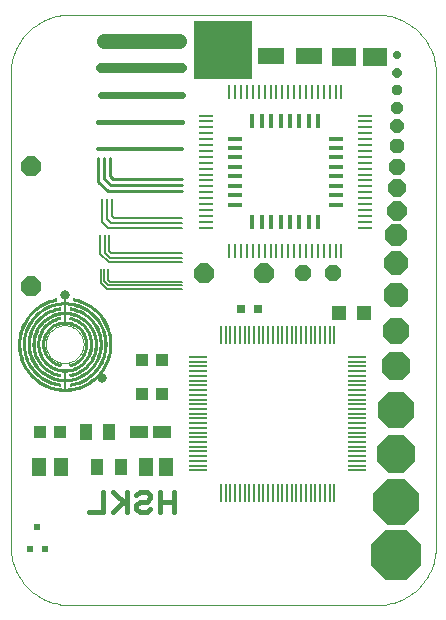
<source format=gbl>
G75*
G70*
%OFA0B0*%
%FSLAX24Y24*%
%IPPOS*%
%LPD*%
%AMOC8*
5,1,8,0,0,1.08239X$1,22.5*
%
%ADD10C,0.0004*%
%ADD11C,0.0170*%
%ADD12OC8,0.0660*%
%ADD13R,0.0236X0.0217*%
%ADD14OC8,0.0520*%
%ADD15R,0.0512X0.0630*%
%ADD16R,0.0433X0.0551*%
%ADD17R,0.0591X0.0394*%
%ADD18R,0.0512X0.0591*%
%ADD19R,0.0472X0.0472*%
%ADD20R,0.0433X0.0394*%
%ADD21R,0.0413X0.0425*%
%ADD22R,0.0315X0.0315*%
%ADD23R,0.0394X0.0433*%
%ADD24R,0.0591X0.0079*%
%ADD25R,0.0079X0.0591*%
%ADD26R,0.0157X0.0472*%
%ADD27R,0.0472X0.0157*%
%ADD28R,0.0472X0.0100*%
%ADD29R,0.0100X0.0472*%
%ADD30R,0.0787X0.0591*%
%ADD31R,0.0866X0.0551*%
%ADD32C,0.0000*%
%ADD33C,0.0010*%
%ADD34C,0.0080*%
%ADD35C,0.0318*%
%ADD36R,0.1975X0.1975*%
%ADD37OC8,0.1660*%
%ADD38OC8,0.1502*%
%ADD39OC8,0.1266*%
%ADD40OC8,0.1181*%
%ADD41OC8,0.0945*%
%ADD42OC8,0.0886*%
%ADD43OC8,0.0827*%
%ADD44OC8,0.0768*%
%ADD45OC8,0.0709*%
%ADD46OC8,0.0650*%
%ADD47OC8,0.0591*%
%ADD48OC8,0.0531*%
%ADD49OC8,0.0475*%
%ADD50OC8,0.0436*%
%ADD51OC8,0.0396*%
%ADD52OC8,0.0357*%
%ADD53OC8,0.0317*%
%ADD54OC8,0.0278*%
%ADD55C,0.0060*%
%ADD56C,0.0070*%
%ADD57C,0.0100*%
%ADD58C,0.0120*%
%ADD59C,0.0160*%
%ADD60C,0.0240*%
%ADD61C,0.0320*%
%ADD62C,0.0500*%
D10*
X000302Y002170D02*
X000302Y005713D01*
X000302Y017918D01*
X000304Y018012D01*
X000311Y018105D01*
X000322Y018198D01*
X000338Y018291D01*
X000358Y018382D01*
X000382Y018473D01*
X000410Y018562D01*
X000443Y018650D01*
X000480Y018736D01*
X000521Y018820D01*
X000566Y018903D01*
X000615Y018983D01*
X000667Y019060D01*
X000723Y019135D01*
X000783Y019207D01*
X000846Y019277D01*
X000912Y019343D01*
X000982Y019406D01*
X001054Y019466D01*
X001129Y019522D01*
X001206Y019574D01*
X001286Y019623D01*
X001369Y019668D01*
X001453Y019709D01*
X001539Y019746D01*
X001627Y019779D01*
X001716Y019807D01*
X001807Y019831D01*
X001898Y019851D01*
X001991Y019867D01*
X002084Y019878D01*
X002177Y019885D01*
X002271Y019887D01*
X007389Y019887D01*
X012507Y019887D01*
X012601Y019885D01*
X012694Y019878D01*
X012787Y019867D01*
X012880Y019851D01*
X012971Y019831D01*
X013062Y019807D01*
X013151Y019779D01*
X013239Y019746D01*
X013325Y019709D01*
X013409Y019668D01*
X013491Y019623D01*
X013572Y019574D01*
X013649Y019522D01*
X013724Y019466D01*
X013796Y019406D01*
X013866Y019343D01*
X013932Y019277D01*
X013995Y019207D01*
X014055Y019135D01*
X014111Y019060D01*
X014163Y018983D01*
X014212Y018902D01*
X014257Y018820D01*
X014298Y018736D01*
X014335Y018650D01*
X014368Y018562D01*
X014396Y018473D01*
X014420Y018382D01*
X014440Y018291D01*
X014456Y018198D01*
X014467Y018105D01*
X014474Y018012D01*
X014476Y017918D01*
X014476Y005713D01*
X014476Y002170D01*
X014474Y002076D01*
X014467Y001983D01*
X014456Y001890D01*
X014440Y001797D01*
X014420Y001706D01*
X014396Y001615D01*
X014368Y001526D01*
X014335Y001438D01*
X014298Y001352D01*
X014257Y001268D01*
X014212Y001186D01*
X014163Y001105D01*
X014111Y001028D01*
X014055Y000953D01*
X013995Y000881D01*
X013932Y000811D01*
X013866Y000745D01*
X013796Y000682D01*
X013724Y000622D01*
X013649Y000566D01*
X013572Y000514D01*
X013492Y000465D01*
X013409Y000420D01*
X013325Y000379D01*
X013239Y000342D01*
X013151Y000309D01*
X013062Y000281D01*
X012971Y000257D01*
X012880Y000237D01*
X012787Y000221D01*
X012694Y000210D01*
X012601Y000203D01*
X012507Y000201D01*
X012507Y000202D02*
X007389Y000202D01*
X002271Y000202D01*
X002271Y000201D02*
X002177Y000203D01*
X002084Y000210D01*
X001991Y000221D01*
X001898Y000237D01*
X001807Y000257D01*
X001716Y000281D01*
X001627Y000309D01*
X001539Y000342D01*
X001453Y000379D01*
X001369Y000420D01*
X001286Y000465D01*
X001206Y000514D01*
X001129Y000566D01*
X001054Y000622D01*
X000982Y000682D01*
X000912Y000745D01*
X000846Y000811D01*
X000783Y000881D01*
X000723Y000953D01*
X000667Y001028D01*
X000615Y001105D01*
X000566Y001186D01*
X000521Y001268D01*
X000480Y001352D01*
X000443Y001438D01*
X000410Y001526D01*
X000382Y001615D01*
X000358Y001706D01*
X000338Y001797D01*
X000322Y001890D01*
X000311Y001983D01*
X000304Y002076D01*
X000302Y002170D01*
D11*
X002911Y003297D02*
X003372Y003297D01*
X003372Y003987D01*
X003703Y003987D02*
X004164Y003527D01*
X004049Y003642D02*
X003703Y003297D01*
X004164Y003297D02*
X004164Y003987D01*
X004495Y003872D02*
X004610Y003987D01*
X004840Y003987D01*
X004956Y003872D01*
X004956Y003757D01*
X004840Y003642D01*
X004610Y003642D01*
X004495Y003527D01*
X004495Y003412D01*
X004610Y003297D01*
X004840Y003297D01*
X004956Y003412D01*
X005287Y003297D02*
X005287Y003987D01*
X005287Y003642D02*
X005747Y003642D01*
X005747Y003297D02*
X005747Y003987D01*
D12*
X000980Y010830D03*
X000980Y014830D03*
X006756Y011270D03*
X008756Y011270D03*
D13*
X001444Y002089D03*
X000932Y002089D03*
X001188Y002818D03*
D14*
X010060Y011258D03*
X011060Y011258D03*
D15*
X001989Y004798D03*
X001241Y004798D03*
D16*
X002796Y005979D03*
X003583Y005979D03*
X003190Y004798D03*
X003977Y004798D03*
D17*
X004591Y005979D03*
X005331Y005979D03*
D18*
X005493Y004798D03*
X004824Y004798D03*
D19*
X011248Y009947D03*
X012075Y009947D03*
D20*
X005350Y008363D03*
X004680Y008363D03*
D21*
X004670Y007247D03*
X005359Y007247D03*
D22*
X007963Y010063D03*
X008554Y010063D03*
D23*
X001950Y005979D03*
X001280Y005979D03*
D24*
X006560Y005954D03*
X006560Y006111D03*
X006560Y006269D03*
X006560Y006426D03*
X006560Y006583D03*
X006560Y006741D03*
X006560Y006898D03*
X006560Y007056D03*
X006560Y007213D03*
X006560Y007371D03*
X006560Y007528D03*
X006560Y007686D03*
X006560Y007843D03*
X006560Y008001D03*
X006560Y008158D03*
X006560Y008316D03*
X006560Y008473D03*
X006560Y005796D03*
X006560Y005639D03*
X006560Y005481D03*
X006560Y005324D03*
X006560Y005166D03*
X006560Y005009D03*
X006560Y004851D03*
X006560Y004694D03*
X011836Y004694D03*
X011836Y004851D03*
X011836Y005009D03*
X011836Y005166D03*
X011836Y005324D03*
X011836Y005481D03*
X011836Y005639D03*
X011836Y005796D03*
X011836Y005954D03*
X011836Y006111D03*
X011836Y006269D03*
X011836Y006426D03*
X011836Y006583D03*
X011836Y006741D03*
X011836Y006898D03*
X011836Y007056D03*
X011836Y007213D03*
X011836Y007371D03*
X011836Y007528D03*
X011836Y007686D03*
X011836Y007843D03*
X011836Y008001D03*
X011836Y008158D03*
X011836Y008316D03*
X011836Y008473D03*
D25*
X011088Y009221D03*
X010930Y009221D03*
X010773Y009221D03*
X010615Y009221D03*
X010458Y009221D03*
X010300Y009221D03*
X010143Y009221D03*
X009985Y009221D03*
X009828Y009221D03*
X009670Y009221D03*
X009513Y009221D03*
X009355Y009221D03*
X009198Y009221D03*
X009040Y009221D03*
X008883Y009221D03*
X008725Y009221D03*
X008568Y009221D03*
X008410Y009221D03*
X008253Y009221D03*
X008096Y009221D03*
X007938Y009221D03*
X007781Y009221D03*
X007623Y009221D03*
X007466Y009221D03*
X007308Y009221D03*
X007308Y003946D03*
X007466Y003946D03*
X007623Y003946D03*
X007781Y003946D03*
X007938Y003946D03*
X008096Y003946D03*
X008253Y003946D03*
X008410Y003946D03*
X008568Y003946D03*
X008725Y003946D03*
X008883Y003946D03*
X009040Y003946D03*
X009198Y003946D03*
X009355Y003946D03*
X009513Y003946D03*
X009670Y003946D03*
X009828Y003946D03*
X009985Y003946D03*
X010143Y003946D03*
X010300Y003946D03*
X010458Y003946D03*
X010615Y003946D03*
X010773Y003946D03*
X010930Y003946D03*
X011088Y003946D03*
D26*
X010558Y012960D03*
X010243Y012960D03*
X009928Y012960D03*
X009613Y012960D03*
X009298Y012960D03*
X008983Y012960D03*
X008668Y012960D03*
X008353Y012960D03*
X008353Y016346D03*
X008668Y016346D03*
X008983Y016346D03*
X009298Y016346D03*
X009613Y016346D03*
X009928Y016346D03*
X010243Y016346D03*
X010558Y016346D03*
D27*
X011148Y015756D03*
X011148Y015441D03*
X011148Y015126D03*
X011148Y014811D03*
X011148Y014496D03*
X011148Y014181D03*
X011148Y013866D03*
X011148Y013551D03*
X007762Y013551D03*
X007762Y013866D03*
X007762Y014181D03*
X007762Y014496D03*
X007762Y014811D03*
X007762Y015126D03*
X007762Y015441D03*
X007762Y015756D03*
D28*
X006808Y015736D03*
X006808Y015539D03*
X006808Y015342D03*
X006808Y015145D03*
X006808Y014949D03*
X006808Y014752D03*
X006808Y014555D03*
X006808Y014358D03*
X006808Y014161D03*
X006808Y013964D03*
X006808Y013767D03*
X006808Y013571D03*
X006808Y013374D03*
X006808Y013177D03*
X006808Y012980D03*
X006808Y012783D03*
X006808Y015933D03*
X006808Y016130D03*
X006808Y016327D03*
X006808Y016523D03*
X012103Y016523D03*
X012103Y016327D03*
X012103Y016130D03*
X012103Y015933D03*
X012103Y015736D03*
X012103Y015539D03*
X012103Y015342D03*
X012103Y015145D03*
X012103Y014949D03*
X012103Y014752D03*
X012103Y014555D03*
X012103Y014358D03*
X012103Y014161D03*
X012103Y013964D03*
X012103Y013767D03*
X012103Y013571D03*
X012103Y013374D03*
X012103Y013177D03*
X012103Y012980D03*
X012103Y012783D03*
D29*
X011325Y012006D03*
X011129Y012006D03*
X010932Y012006D03*
X010735Y012006D03*
X010538Y012006D03*
X010341Y012006D03*
X010144Y012006D03*
X009947Y012006D03*
X009751Y012006D03*
X009554Y012006D03*
X009357Y012006D03*
X009160Y012006D03*
X008963Y012006D03*
X008766Y012006D03*
X008570Y012006D03*
X008373Y012006D03*
X008176Y012006D03*
X007979Y012006D03*
X007782Y012006D03*
X007585Y012006D03*
X007585Y017301D03*
X007782Y017301D03*
X007979Y017301D03*
X008176Y017301D03*
X008373Y017301D03*
X008570Y017301D03*
X008766Y017301D03*
X008963Y017301D03*
X009160Y017301D03*
X009357Y017301D03*
X009554Y017301D03*
X009751Y017301D03*
X009947Y017301D03*
X010144Y017301D03*
X010341Y017301D03*
X010538Y017301D03*
X010735Y017301D03*
X010932Y017301D03*
X011129Y017301D03*
X011325Y017301D03*
D30*
X011414Y018474D03*
X012437Y018474D03*
D31*
X010254Y018498D03*
X008995Y018498D03*
D32*
X001472Y008902D02*
X001474Y008952D01*
X001480Y009002D01*
X001490Y009051D01*
X001504Y009099D01*
X001521Y009146D01*
X001542Y009191D01*
X001567Y009235D01*
X001595Y009276D01*
X001627Y009315D01*
X001661Y009352D01*
X001698Y009386D01*
X001738Y009416D01*
X001780Y009443D01*
X001824Y009467D01*
X001870Y009488D01*
X001917Y009504D01*
X001965Y009517D01*
X002015Y009526D01*
X002064Y009531D01*
X002115Y009532D01*
X002165Y009529D01*
X002214Y009522D01*
X002263Y009511D01*
X002311Y009496D01*
X002357Y009478D01*
X002402Y009456D01*
X002445Y009430D01*
X002486Y009401D01*
X002525Y009369D01*
X002561Y009334D01*
X002593Y009296D01*
X002623Y009256D01*
X002650Y009213D01*
X002673Y009169D01*
X002692Y009123D01*
X002708Y009075D01*
X002720Y009026D01*
X002728Y008977D01*
X002732Y008927D01*
X002732Y008877D01*
X002728Y008827D01*
X002720Y008778D01*
X002708Y008729D01*
X002692Y008681D01*
X002673Y008635D01*
X002650Y008591D01*
X002623Y008548D01*
X002593Y008508D01*
X002561Y008470D01*
X002525Y008435D01*
X002486Y008403D01*
X002445Y008374D01*
X002402Y008348D01*
X002357Y008326D01*
X002311Y008308D01*
X002263Y008293D01*
X002214Y008282D01*
X002165Y008275D01*
X002115Y008272D01*
X002064Y008273D01*
X002015Y008278D01*
X001965Y008287D01*
X001917Y008300D01*
X001870Y008316D01*
X001824Y008337D01*
X001780Y008361D01*
X001738Y008388D01*
X001698Y008418D01*
X001661Y008452D01*
X001627Y008489D01*
X001595Y008528D01*
X001567Y008569D01*
X001542Y008613D01*
X001521Y008658D01*
X001504Y008705D01*
X001490Y008753D01*
X001480Y008802D01*
X001474Y008852D01*
X001472Y008902D01*
D33*
X001811Y010425D02*
X001824Y010356D01*
X001824Y010357D02*
X001749Y010340D01*
X001675Y010320D01*
X001602Y010296D01*
X001530Y010268D01*
X001460Y010237D01*
X001392Y010202D01*
X001325Y010163D01*
X001261Y010122D01*
X001199Y010076D01*
X001139Y010028D01*
X001082Y009977D01*
X001028Y009923D01*
X000977Y009866D01*
X000928Y009806D01*
X000883Y009744D01*
X000841Y009680D01*
X000802Y009614D01*
X000767Y009546D01*
X000735Y009476D01*
X000707Y009404D01*
X000683Y009332D01*
X000663Y009258D01*
X000646Y009183D01*
X000634Y009107D01*
X000625Y009031D01*
X000620Y008954D01*
X000619Y008878D01*
X000622Y008801D01*
X000629Y008724D01*
X000640Y008649D01*
X000655Y008573D01*
X000674Y008499D01*
X000697Y008426D01*
X000723Y008354D01*
X000753Y008283D01*
X000787Y008214D01*
X000824Y008147D01*
X000865Y008082D01*
X000909Y008019D01*
X000956Y007959D01*
X001006Y007901D01*
X001060Y007845D01*
X001115Y007793D01*
X001174Y007743D01*
X001235Y007697D01*
X001299Y007653D01*
X001364Y007614D01*
X001432Y007577D01*
X001501Y007544D01*
X001572Y007515D01*
X001644Y007489D01*
X001718Y007468D01*
X001792Y007450D01*
X001868Y007436D01*
X001944Y007425D01*
X002020Y007419D01*
X002097Y007417D01*
X002098Y007348D01*
X002097Y007347D01*
X002019Y007349D01*
X001942Y007355D01*
X001865Y007365D01*
X001789Y007379D01*
X001713Y007397D01*
X001638Y007418D01*
X001565Y007443D01*
X001493Y007472D01*
X001422Y007504D01*
X001353Y007539D01*
X001286Y007579D01*
X001221Y007621D01*
X001158Y007667D01*
X001098Y007715D01*
X001040Y007767D01*
X000985Y007821D01*
X000932Y007879D01*
X000882Y007938D01*
X000836Y008001D01*
X000793Y008065D01*
X000753Y008131D01*
X000716Y008200D01*
X000683Y008270D01*
X000653Y008342D01*
X000627Y008415D01*
X000604Y008489D01*
X000586Y008565D01*
X000571Y008641D01*
X000560Y008718D01*
X000553Y008795D01*
X000549Y008872D01*
X000550Y008950D01*
X000554Y009028D01*
X000563Y009105D01*
X000575Y009181D01*
X000591Y009257D01*
X000610Y009332D01*
X000634Y009406D01*
X000661Y009479D01*
X000692Y009550D01*
X000726Y009620D01*
X000764Y009688D01*
X000805Y009754D01*
X000849Y009818D01*
X000897Y009879D01*
X000947Y009938D01*
X001000Y009995D01*
X001056Y010048D01*
X001115Y010099D01*
X001176Y010147D01*
X001240Y010192D01*
X001305Y010233D01*
X001373Y010271D01*
X001442Y010306D01*
X001513Y010337D01*
X001586Y010365D01*
X001660Y010389D01*
X001735Y010409D01*
X001811Y010425D01*
X001812Y010417D01*
X001737Y010400D01*
X001662Y010380D01*
X001589Y010356D01*
X001517Y010329D01*
X001446Y010298D01*
X001377Y010263D01*
X001310Y010225D01*
X001245Y010184D01*
X001182Y010140D01*
X001121Y010092D01*
X001062Y010042D01*
X001007Y009988D01*
X000954Y009932D01*
X000904Y009873D01*
X000856Y009812D01*
X000812Y009749D01*
X000772Y009683D01*
X000734Y009616D01*
X000700Y009547D01*
X000669Y009476D01*
X000642Y009404D01*
X000619Y009330D01*
X000599Y009255D01*
X000584Y009180D01*
X000571Y009104D01*
X000563Y009027D01*
X000559Y008950D01*
X000558Y008873D01*
X000562Y008795D01*
X000569Y008719D01*
X000580Y008642D01*
X000594Y008566D01*
X000613Y008492D01*
X000635Y008418D01*
X000661Y008345D01*
X000691Y008274D01*
X000724Y008204D01*
X000760Y008136D01*
X000800Y008070D01*
X000843Y008006D01*
X000890Y007944D01*
X000939Y007885D01*
X000991Y007828D01*
X001046Y007774D01*
X001104Y007722D01*
X001164Y007674D01*
X001226Y007628D01*
X001291Y007586D01*
X001357Y007547D01*
X001426Y007512D01*
X001496Y007480D01*
X001568Y007451D01*
X001641Y007426D01*
X001715Y007405D01*
X001790Y007388D01*
X001866Y007374D01*
X001943Y007364D01*
X002020Y007358D01*
X002097Y007356D01*
X002097Y007365D01*
X002020Y007367D01*
X001944Y007373D01*
X001868Y007383D01*
X001792Y007397D01*
X001717Y007414D01*
X001644Y007435D01*
X001571Y007460D01*
X001500Y007488D01*
X001430Y007520D01*
X001362Y007555D01*
X001296Y007594D01*
X001231Y007636D01*
X001169Y007681D01*
X001109Y007729D01*
X001052Y007780D01*
X000998Y007834D01*
X000946Y007891D01*
X000897Y007950D01*
X000851Y008011D01*
X000808Y008075D01*
X000768Y008140D01*
X000732Y008208D01*
X000699Y008277D01*
X000670Y008348D01*
X000644Y008420D01*
X000622Y008494D01*
X000603Y008568D01*
X000589Y008644D01*
X000578Y008720D01*
X000571Y008796D01*
X000567Y008873D01*
X000568Y008949D01*
X000572Y009026D01*
X000580Y009102D01*
X000592Y009178D01*
X000608Y009253D01*
X000628Y009327D01*
X000651Y009401D01*
X000678Y009472D01*
X000708Y009543D01*
X000742Y009612D01*
X000779Y009679D01*
X000820Y009744D01*
X000864Y009807D01*
X000910Y009868D01*
X000960Y009926D01*
X001013Y009982D01*
X001068Y010035D01*
X001126Y010085D01*
X001187Y010132D01*
X001250Y010177D01*
X001314Y010218D01*
X001381Y010255D01*
X001450Y010290D01*
X001520Y010320D01*
X001592Y010348D01*
X001665Y010371D01*
X001739Y010391D01*
X001814Y010408D01*
X001816Y010399D01*
X001740Y010382D01*
X001665Y010362D01*
X001591Y010338D01*
X001519Y010310D01*
X001448Y010279D01*
X001379Y010244D01*
X001311Y010205D01*
X001246Y010163D01*
X001183Y010118D01*
X001122Y010070D01*
X001064Y010018D01*
X001008Y009964D01*
X000956Y009907D01*
X000906Y009848D01*
X000859Y009786D01*
X000816Y009721D01*
X000776Y009655D01*
X000739Y009587D01*
X000706Y009516D01*
X000676Y009445D01*
X000651Y009371D01*
X000629Y009297D01*
X000610Y009222D01*
X000596Y009145D01*
X000585Y009069D01*
X000579Y008991D01*
X000576Y008914D01*
X000577Y008836D01*
X000583Y008759D01*
X000592Y008682D01*
X000605Y008605D01*
X000622Y008529D01*
X000642Y008455D01*
X000667Y008381D01*
X000695Y008309D01*
X000727Y008238D01*
X000763Y008169D01*
X000801Y008102D01*
X000844Y008037D01*
X000889Y007974D01*
X000938Y007913D01*
X000989Y007856D01*
X001044Y007800D01*
X001101Y007748D01*
X001161Y007699D01*
X001223Y007652D01*
X001288Y007609D01*
X001355Y007570D01*
X001423Y007533D01*
X001494Y007501D01*
X001565Y007471D01*
X001639Y007446D01*
X001713Y007424D01*
X001789Y007406D01*
X001865Y007392D01*
X001942Y007382D01*
X002019Y007376D01*
X002097Y007374D01*
X002097Y007383D01*
X002020Y007385D01*
X001943Y007391D01*
X001867Y007401D01*
X001791Y007415D01*
X001716Y007433D01*
X001642Y007455D01*
X001569Y007480D01*
X001497Y007509D01*
X001427Y007541D01*
X001359Y007577D01*
X001293Y007617D01*
X001229Y007660D01*
X001167Y007706D01*
X001107Y007755D01*
X001050Y007807D01*
X000996Y007862D01*
X000945Y007919D01*
X000896Y007979D01*
X000851Y008042D01*
X000809Y008107D01*
X000770Y008173D01*
X000735Y008242D01*
X000703Y008312D01*
X000675Y008384D01*
X000651Y008457D01*
X000630Y008532D01*
X000614Y008607D01*
X000601Y008683D01*
X000592Y008759D01*
X000586Y008836D01*
X000585Y008914D01*
X000588Y008991D01*
X000594Y009068D01*
X000605Y009144D01*
X000619Y009220D01*
X000637Y009295D01*
X000659Y009369D01*
X000685Y009441D01*
X000714Y009513D01*
X000747Y009582D01*
X000784Y009650D01*
X000823Y009716D01*
X000867Y009780D01*
X000913Y009842D01*
X000962Y009901D01*
X001015Y009958D01*
X001070Y010012D01*
X001128Y010063D01*
X001188Y010111D01*
X001251Y010156D01*
X001316Y010197D01*
X001383Y010236D01*
X001452Y010271D01*
X001522Y010302D01*
X001594Y010329D01*
X001667Y010353D01*
X001742Y010374D01*
X001817Y010390D01*
X001819Y010381D01*
X001744Y010365D01*
X001670Y010345D01*
X001597Y010321D01*
X001526Y010293D01*
X001455Y010262D01*
X001387Y010228D01*
X001320Y010190D01*
X001256Y010148D01*
X001194Y010104D01*
X001134Y010056D01*
X001076Y010005D01*
X001021Y009952D01*
X000969Y009895D01*
X000920Y009836D01*
X000874Y009775D01*
X000831Y009712D01*
X000791Y009646D01*
X000755Y009578D01*
X000722Y009509D01*
X000693Y009438D01*
X000668Y009366D01*
X000646Y009292D01*
X000628Y009218D01*
X000614Y009142D01*
X000603Y009067D01*
X000597Y008990D01*
X000594Y008913D01*
X000595Y008837D01*
X000600Y008760D01*
X000610Y008684D01*
X000622Y008609D01*
X000639Y008534D01*
X000660Y008460D01*
X000684Y008387D01*
X000712Y008316D01*
X000743Y008246D01*
X000778Y008178D01*
X000817Y008111D01*
X000858Y008047D01*
X000903Y007985D01*
X000952Y007925D01*
X001003Y007868D01*
X001056Y007813D01*
X001113Y007762D01*
X001172Y007713D01*
X001234Y007667D01*
X001298Y007625D01*
X001363Y007585D01*
X001431Y007549D01*
X001501Y007517D01*
X001572Y007488D01*
X001644Y007463D01*
X001718Y007442D01*
X001792Y007424D01*
X001868Y007410D01*
X001944Y007400D01*
X002020Y007394D01*
X002097Y007392D01*
X002097Y007401D01*
X002021Y007403D01*
X001945Y007409D01*
X001869Y007419D01*
X001794Y007433D01*
X001720Y007450D01*
X001647Y007472D01*
X001575Y007497D01*
X001504Y007525D01*
X001435Y007557D01*
X001368Y007593D01*
X001302Y007632D01*
X001239Y007674D01*
X001178Y007720D01*
X001119Y007768D01*
X001063Y007820D01*
X001009Y007874D01*
X000958Y007931D01*
X000911Y007990D01*
X000866Y008052D01*
X000824Y008116D01*
X000786Y008182D01*
X000751Y008250D01*
X000720Y008319D01*
X000692Y008390D01*
X000668Y008463D01*
X000648Y008536D01*
X000631Y008610D01*
X000618Y008685D01*
X000609Y008761D01*
X000604Y008837D01*
X000603Y008913D01*
X000606Y008990D01*
X000612Y009066D01*
X000623Y009141D01*
X000637Y009216D01*
X000655Y009290D01*
X000676Y009363D01*
X000702Y009435D01*
X000731Y009505D01*
X000763Y009574D01*
X000799Y009642D01*
X000839Y009707D01*
X000881Y009770D01*
X000927Y009831D01*
X000976Y009889D01*
X001028Y009945D01*
X001082Y009999D01*
X001139Y010049D01*
X001199Y010096D01*
X001261Y010141D01*
X001325Y010182D01*
X001391Y010220D01*
X001459Y010254D01*
X001529Y010285D01*
X001600Y010312D01*
X001673Y010336D01*
X001746Y010356D01*
X001821Y010372D01*
X001822Y010364D01*
X001748Y010347D01*
X001675Y010328D01*
X001603Y010304D01*
X001532Y010277D01*
X001463Y010246D01*
X001396Y010212D01*
X001330Y010174D01*
X001266Y010133D01*
X001204Y010089D01*
X001145Y010042D01*
X001088Y009992D01*
X001034Y009939D01*
X000983Y009883D01*
X000934Y009825D01*
X000889Y009765D01*
X000846Y009702D01*
X000807Y009637D01*
X000771Y009570D01*
X000739Y009502D01*
X000710Y009432D01*
X000685Y009360D01*
X000663Y009288D01*
X000645Y009214D01*
X000631Y009140D01*
X000621Y009065D01*
X000615Y008989D01*
X000612Y008913D01*
X000613Y008838D01*
X000618Y008762D01*
X000627Y008687D01*
X000640Y008612D01*
X000657Y008538D01*
X000677Y008465D01*
X000701Y008393D01*
X000728Y008323D01*
X000760Y008254D01*
X000794Y008186D01*
X000832Y008121D01*
X000873Y008057D01*
X000918Y007996D01*
X000965Y007937D01*
X001016Y007880D01*
X001069Y007826D01*
X001125Y007775D01*
X001183Y007727D01*
X001244Y007682D01*
X001307Y007640D01*
X001372Y007601D01*
X001439Y007566D01*
X001508Y007534D01*
X001578Y007505D01*
X001650Y007480D01*
X001722Y007459D01*
X001796Y007442D01*
X001871Y007428D01*
X001946Y007418D01*
X002021Y007412D01*
X002097Y007410D01*
X002098Y009975D02*
X002098Y009905D01*
X002097Y009906D02*
X002035Y009904D01*
X001973Y009898D01*
X001911Y009888D01*
X001850Y009874D01*
X001790Y009856D01*
X001732Y009835D01*
X001674Y009811D01*
X001619Y009782D01*
X001565Y009751D01*
X001513Y009716D01*
X001464Y009678D01*
X001417Y009637D01*
X001372Y009593D01*
X001331Y009546D01*
X001292Y009497D01*
X001257Y009446D01*
X001225Y009392D01*
X001196Y009337D01*
X001171Y009280D01*
X001149Y009221D01*
X001131Y009162D01*
X001116Y009101D01*
X001106Y009040D01*
X001099Y008978D01*
X001096Y008915D01*
X001097Y008853D01*
X001102Y008791D01*
X001111Y008729D01*
X001123Y008668D01*
X001139Y008607D01*
X001159Y008548D01*
X001183Y008491D01*
X001210Y008434D01*
X001241Y008380D01*
X001275Y008328D01*
X001312Y008277D01*
X001352Y008230D01*
X001395Y008184D01*
X001441Y008142D01*
X001489Y008102D01*
X001539Y008066D01*
X001592Y008033D01*
X001647Y008003D01*
X001703Y007976D01*
X001761Y007953D01*
X001821Y007934D01*
X001881Y007919D01*
X001942Y007907D01*
X001932Y007838D01*
X001869Y007850D01*
X001807Y007865D01*
X001746Y007885D01*
X001686Y007908D01*
X001627Y007934D01*
X001571Y007964D01*
X001516Y007998D01*
X001463Y008034D01*
X001413Y008074D01*
X001365Y008116D01*
X001320Y008161D01*
X001277Y008209D01*
X001237Y008260D01*
X001201Y008312D01*
X001167Y008367D01*
X001137Y008423D01*
X001111Y008482D01*
X001088Y008541D01*
X001068Y008602D01*
X001052Y008664D01*
X001040Y008727D01*
X001032Y008791D01*
X001027Y008855D01*
X001026Y008919D01*
X001029Y008983D01*
X001036Y009047D01*
X001047Y009110D01*
X001061Y009172D01*
X001079Y009234D01*
X001101Y009294D01*
X001126Y009353D01*
X001155Y009410D01*
X001187Y009466D01*
X001222Y009519D01*
X001260Y009570D01*
X001302Y009619D01*
X001346Y009666D01*
X001393Y009709D01*
X001442Y009750D01*
X001494Y009788D01*
X001548Y009823D01*
X001604Y009854D01*
X001662Y009882D01*
X001721Y009906D01*
X001782Y009927D01*
X001843Y009944D01*
X001906Y009958D01*
X001969Y009968D01*
X002033Y009974D01*
X002097Y009976D01*
X002097Y009967D01*
X002032Y009965D01*
X001968Y009959D01*
X001904Y009948D01*
X001840Y009934D01*
X001778Y009917D01*
X001717Y009895D01*
X001657Y009870D01*
X001599Y009841D01*
X001543Y009809D01*
X001489Y009773D01*
X001437Y009734D01*
X001387Y009692D01*
X001340Y009647D01*
X001297Y009600D01*
X001255Y009550D01*
X001218Y009497D01*
X001183Y009442D01*
X001152Y009385D01*
X001124Y009327D01*
X001100Y009266D01*
X001080Y009205D01*
X001063Y009142D01*
X001050Y009079D01*
X001041Y009015D01*
X001036Y008950D01*
X001035Y008885D01*
X001038Y008820D01*
X001045Y008756D01*
X001056Y008692D01*
X001070Y008629D01*
X001088Y008566D01*
X001111Y008506D01*
X001136Y008446D01*
X001166Y008388D01*
X001199Y008332D01*
X001235Y008279D01*
X001274Y008227D01*
X001316Y008178D01*
X001362Y008132D01*
X001410Y008088D01*
X001460Y008047D01*
X001513Y008010D01*
X001568Y007976D01*
X001626Y007945D01*
X001684Y007918D01*
X001745Y007895D01*
X001807Y007875D01*
X001869Y007859D01*
X001933Y007846D01*
X001934Y007855D01*
X001871Y007867D01*
X001809Y007883D01*
X001748Y007903D01*
X001688Y007926D01*
X001630Y007953D01*
X001573Y007984D01*
X001518Y008018D01*
X001466Y008055D01*
X001416Y008095D01*
X001368Y008138D01*
X001323Y008184D01*
X001281Y008233D01*
X001242Y008284D01*
X001206Y008337D01*
X001174Y008393D01*
X001145Y008450D01*
X001119Y008509D01*
X001097Y008569D01*
X001079Y008631D01*
X001064Y008694D01*
X001054Y008757D01*
X001047Y008821D01*
X001044Y008885D01*
X001045Y008949D01*
X001050Y009014D01*
X001059Y009077D01*
X001072Y009140D01*
X001088Y009202D01*
X001108Y009263D01*
X001132Y009323D01*
X001160Y009381D01*
X001191Y009438D01*
X001225Y009492D01*
X001263Y009544D01*
X001303Y009594D01*
X001347Y009641D01*
X001393Y009686D01*
X001442Y009727D01*
X001494Y009766D01*
X001547Y009801D01*
X001603Y009833D01*
X001661Y009862D01*
X001720Y009887D01*
X001781Y009908D01*
X001842Y009926D01*
X001905Y009940D01*
X001969Y009950D01*
X002033Y009956D01*
X002097Y009958D01*
X002097Y009949D01*
X002033Y009947D01*
X001970Y009941D01*
X001907Y009931D01*
X001845Y009917D01*
X001783Y009899D01*
X001723Y009878D01*
X001665Y009853D01*
X001607Y009825D01*
X001552Y009793D01*
X001499Y009758D01*
X001448Y009720D01*
X001399Y009679D01*
X001353Y009635D01*
X001310Y009588D01*
X001270Y009539D01*
X001233Y009487D01*
X001198Y009433D01*
X001168Y009377D01*
X001141Y009319D01*
X001117Y009260D01*
X001097Y009200D01*
X001080Y009138D01*
X001068Y009076D01*
X001059Y009013D01*
X001054Y008949D01*
X001053Y008885D01*
X001056Y008822D01*
X001063Y008758D01*
X001073Y008695D01*
X001087Y008633D01*
X001106Y008572D01*
X001127Y008512D01*
X001153Y008454D01*
X001182Y008397D01*
X001214Y008342D01*
X001249Y008289D01*
X001288Y008238D01*
X001330Y008190D01*
X001374Y008145D01*
X001421Y008102D01*
X001471Y008062D01*
X001523Y008025D01*
X001577Y007992D01*
X001634Y007961D01*
X001691Y007935D01*
X001751Y007912D01*
X001812Y007892D01*
X001873Y007876D01*
X001936Y007864D01*
X001937Y007873D01*
X001875Y007885D01*
X001814Y007901D01*
X001754Y007920D01*
X001695Y007943D01*
X001638Y007969D01*
X001582Y007999D01*
X001528Y008033D01*
X001477Y008069D01*
X001427Y008109D01*
X001380Y008151D01*
X001336Y008196D01*
X001295Y008244D01*
X001257Y008294D01*
X001221Y008347D01*
X001189Y008401D01*
X001161Y008458D01*
X001136Y008516D01*
X001114Y008575D01*
X001096Y008636D01*
X001082Y008697D01*
X001072Y008759D01*
X001065Y008822D01*
X001062Y008885D01*
X001063Y008949D01*
X001068Y009012D01*
X001077Y009074D01*
X001089Y009136D01*
X001105Y009197D01*
X001125Y009257D01*
X001149Y009316D01*
X001176Y009373D01*
X001206Y009428D01*
X001240Y009482D01*
X001277Y009533D01*
X001317Y009582D01*
X001360Y009628D01*
X001405Y009672D01*
X001454Y009713D01*
X001504Y009751D01*
X001557Y009786D01*
X001612Y009817D01*
X001668Y009845D01*
X001726Y009870D01*
X001786Y009891D01*
X001847Y009908D01*
X001909Y009922D01*
X001971Y009932D01*
X002034Y009938D01*
X002097Y009940D01*
X002097Y009931D01*
X002033Y009929D01*
X001969Y009922D01*
X001906Y009912D01*
X001844Y009898D01*
X001783Y009880D01*
X001722Y009859D01*
X001664Y009833D01*
X001607Y009804D01*
X001552Y009772D01*
X001499Y009736D01*
X001448Y009697D01*
X001400Y009655D01*
X001354Y009610D01*
X001312Y009562D01*
X001272Y009512D01*
X001236Y009459D01*
X001203Y009405D01*
X001173Y009348D01*
X001147Y009289D01*
X001125Y009229D01*
X001107Y009168D01*
X001092Y009106D01*
X001081Y009043D01*
X001074Y008979D01*
X001071Y008916D01*
X001072Y008852D01*
X001077Y008788D01*
X001086Y008725D01*
X001099Y008662D01*
X001116Y008600D01*
X001136Y008540D01*
X001160Y008480D01*
X001188Y008423D01*
X001219Y008367D01*
X001254Y008313D01*
X001292Y008262D01*
X001333Y008213D01*
X001377Y008167D01*
X001424Y008123D01*
X001474Y008083D01*
X001526Y008045D01*
X001580Y008011D01*
X001636Y007980D01*
X001694Y007953D01*
X001753Y007930D01*
X001814Y007910D01*
X001876Y007894D01*
X001939Y007882D01*
X001940Y007891D01*
X001878Y007903D01*
X001816Y007919D01*
X001756Y007938D01*
X001697Y007962D01*
X001640Y007989D01*
X001584Y008019D01*
X001531Y008053D01*
X001479Y008090D01*
X001430Y008130D01*
X001384Y008173D01*
X001340Y008219D01*
X001299Y008268D01*
X001262Y008319D01*
X001227Y008372D01*
X001196Y008427D01*
X001168Y008484D01*
X001144Y008543D01*
X001124Y008603D01*
X001108Y008664D01*
X001095Y008726D01*
X001086Y008789D01*
X001081Y008852D01*
X001080Y008915D01*
X001083Y008979D01*
X001090Y009042D01*
X001101Y009104D01*
X001115Y009166D01*
X001134Y009227D01*
X001156Y009286D01*
X001181Y009344D01*
X001211Y009400D01*
X001243Y009454D01*
X001279Y009507D01*
X001319Y009556D01*
X001361Y009604D01*
X001406Y009648D01*
X001454Y009690D01*
X001504Y009729D01*
X001556Y009764D01*
X001611Y009796D01*
X001668Y009825D01*
X001726Y009850D01*
X001785Y009872D01*
X001846Y009889D01*
X001908Y009903D01*
X001971Y009914D01*
X002034Y009920D01*
X002097Y009922D01*
X002097Y009913D01*
X002034Y009911D01*
X001972Y009905D01*
X001910Y009895D01*
X001848Y009881D01*
X001788Y009863D01*
X001729Y009842D01*
X001671Y009817D01*
X001615Y009788D01*
X001561Y009757D01*
X001509Y009721D01*
X001459Y009683D01*
X001412Y009642D01*
X001367Y009597D01*
X001326Y009551D01*
X001287Y009501D01*
X001251Y009450D01*
X001219Y009396D01*
X001190Y009340D01*
X001164Y009283D01*
X001142Y009224D01*
X001124Y009164D01*
X001109Y009102D01*
X001099Y009041D01*
X001092Y008978D01*
X001089Y008915D01*
X001090Y008852D01*
X001095Y008790D01*
X001104Y008728D01*
X001116Y008666D01*
X001133Y008605D01*
X001153Y008546D01*
X001177Y008488D01*
X001204Y008431D01*
X001235Y008376D01*
X001269Y008324D01*
X001306Y008273D01*
X001347Y008225D01*
X001390Y008180D01*
X001436Y008137D01*
X001485Y008097D01*
X001536Y008060D01*
X001589Y008027D01*
X001644Y007997D01*
X001701Y007970D01*
X001759Y007947D01*
X001819Y007927D01*
X001880Y007912D01*
X001941Y007900D01*
X002272Y007838D02*
X002261Y007907D01*
X002262Y007907D02*
X002323Y007919D01*
X002383Y007934D01*
X002443Y007953D01*
X002501Y007976D01*
X002557Y008003D01*
X002612Y008033D01*
X002665Y008066D01*
X002715Y008102D01*
X002763Y008142D01*
X002809Y008184D01*
X002852Y008230D01*
X002892Y008277D01*
X002929Y008328D01*
X002963Y008380D01*
X002994Y008434D01*
X003021Y008491D01*
X003045Y008548D01*
X003065Y008607D01*
X003081Y008668D01*
X003093Y008729D01*
X003102Y008791D01*
X003107Y008853D01*
X003108Y008915D01*
X003105Y008978D01*
X003098Y009040D01*
X003088Y009101D01*
X003073Y009162D01*
X003055Y009221D01*
X003033Y009280D01*
X003008Y009337D01*
X002979Y009392D01*
X002947Y009446D01*
X002912Y009497D01*
X002873Y009546D01*
X002832Y009593D01*
X002787Y009637D01*
X002740Y009678D01*
X002691Y009716D01*
X002639Y009751D01*
X002585Y009782D01*
X002530Y009811D01*
X002472Y009835D01*
X002414Y009856D01*
X002354Y009874D01*
X002293Y009888D01*
X002231Y009898D01*
X002169Y009904D01*
X002107Y009906D01*
X002106Y009975D01*
X002107Y009976D01*
X002171Y009974D01*
X002235Y009968D01*
X002298Y009958D01*
X002361Y009944D01*
X002422Y009927D01*
X002483Y009906D01*
X002542Y009882D01*
X002600Y009854D01*
X002656Y009823D01*
X002710Y009788D01*
X002762Y009750D01*
X002811Y009709D01*
X002858Y009666D01*
X002902Y009619D01*
X002944Y009570D01*
X002982Y009519D01*
X003017Y009466D01*
X003049Y009410D01*
X003078Y009353D01*
X003103Y009294D01*
X003125Y009234D01*
X003143Y009172D01*
X003157Y009110D01*
X003168Y009047D01*
X003175Y008983D01*
X003178Y008919D01*
X003177Y008855D01*
X003172Y008791D01*
X003164Y008727D01*
X003152Y008664D01*
X003136Y008602D01*
X003116Y008541D01*
X003093Y008482D01*
X003067Y008423D01*
X003037Y008367D01*
X003003Y008312D01*
X002967Y008260D01*
X002927Y008209D01*
X002884Y008161D01*
X002839Y008116D01*
X002791Y008074D01*
X002741Y008034D01*
X002688Y007998D01*
X002633Y007964D01*
X002577Y007934D01*
X002518Y007908D01*
X002458Y007885D01*
X002397Y007865D01*
X002335Y007850D01*
X002272Y007838D01*
X002271Y007846D01*
X002335Y007859D01*
X002397Y007875D01*
X002459Y007895D01*
X002520Y007918D01*
X002578Y007945D01*
X002636Y007976D01*
X002691Y008010D01*
X002744Y008047D01*
X002794Y008088D01*
X002842Y008132D01*
X002888Y008178D01*
X002930Y008227D01*
X002969Y008279D01*
X003005Y008332D01*
X003038Y008388D01*
X003068Y008446D01*
X003093Y008506D01*
X003116Y008566D01*
X003134Y008629D01*
X003148Y008692D01*
X003159Y008756D01*
X003166Y008820D01*
X003169Y008885D01*
X003168Y008950D01*
X003163Y009015D01*
X003154Y009079D01*
X003141Y009142D01*
X003124Y009205D01*
X003104Y009266D01*
X003080Y009327D01*
X003052Y009385D01*
X003021Y009442D01*
X002986Y009497D01*
X002949Y009550D01*
X002907Y009600D01*
X002864Y009647D01*
X002817Y009692D01*
X002767Y009734D01*
X002715Y009773D01*
X002661Y009809D01*
X002605Y009841D01*
X002547Y009870D01*
X002487Y009895D01*
X002426Y009917D01*
X002364Y009934D01*
X002300Y009948D01*
X002236Y009959D01*
X002172Y009965D01*
X002107Y009967D01*
X002107Y009958D01*
X002171Y009956D01*
X002235Y009950D01*
X002299Y009940D01*
X002362Y009926D01*
X002423Y009908D01*
X002484Y009887D01*
X002543Y009862D01*
X002601Y009833D01*
X002657Y009801D01*
X002710Y009766D01*
X002762Y009727D01*
X002811Y009686D01*
X002857Y009641D01*
X002901Y009594D01*
X002941Y009544D01*
X002979Y009492D01*
X003013Y009438D01*
X003044Y009381D01*
X003072Y009323D01*
X003096Y009263D01*
X003116Y009202D01*
X003132Y009140D01*
X003145Y009077D01*
X003154Y009014D01*
X003159Y008949D01*
X003160Y008885D01*
X003157Y008821D01*
X003150Y008757D01*
X003140Y008694D01*
X003125Y008631D01*
X003107Y008569D01*
X003085Y008509D01*
X003059Y008450D01*
X003030Y008393D01*
X002998Y008337D01*
X002962Y008284D01*
X002923Y008233D01*
X002881Y008184D01*
X002836Y008138D01*
X002788Y008095D01*
X002738Y008055D01*
X002686Y008018D01*
X002631Y007984D01*
X002574Y007953D01*
X002516Y007926D01*
X002456Y007903D01*
X002395Y007883D01*
X002333Y007867D01*
X002270Y007855D01*
X002268Y007864D01*
X002331Y007876D01*
X002392Y007892D01*
X002453Y007912D01*
X002513Y007935D01*
X002570Y007961D01*
X002627Y007992D01*
X002681Y008025D01*
X002733Y008062D01*
X002783Y008102D01*
X002830Y008145D01*
X002874Y008190D01*
X002916Y008238D01*
X002955Y008289D01*
X002990Y008342D01*
X003022Y008397D01*
X003051Y008454D01*
X003077Y008512D01*
X003098Y008572D01*
X003117Y008633D01*
X003131Y008695D01*
X003141Y008758D01*
X003148Y008822D01*
X003151Y008885D01*
X003150Y008949D01*
X003145Y009013D01*
X003136Y009076D01*
X003124Y009138D01*
X003107Y009200D01*
X003087Y009260D01*
X003063Y009319D01*
X003036Y009377D01*
X003006Y009433D01*
X002971Y009487D01*
X002934Y009539D01*
X002894Y009588D01*
X002851Y009635D01*
X002805Y009679D01*
X002756Y009720D01*
X002705Y009758D01*
X002652Y009793D01*
X002597Y009825D01*
X002539Y009853D01*
X002481Y009878D01*
X002421Y009899D01*
X002359Y009917D01*
X002297Y009931D01*
X002234Y009941D01*
X002171Y009947D01*
X002107Y009949D01*
X002107Y009940D01*
X002170Y009938D01*
X002233Y009932D01*
X002295Y009922D01*
X002357Y009908D01*
X002418Y009891D01*
X002478Y009870D01*
X002536Y009845D01*
X002592Y009817D01*
X002647Y009786D01*
X002700Y009751D01*
X002750Y009713D01*
X002799Y009672D01*
X002844Y009628D01*
X002887Y009582D01*
X002927Y009533D01*
X002964Y009482D01*
X002998Y009428D01*
X003028Y009373D01*
X003055Y009316D01*
X003079Y009257D01*
X003099Y009197D01*
X003115Y009136D01*
X003127Y009074D01*
X003136Y009012D01*
X003141Y008949D01*
X003142Y008885D01*
X003139Y008822D01*
X003132Y008759D01*
X003122Y008697D01*
X003108Y008636D01*
X003090Y008575D01*
X003068Y008516D01*
X003043Y008458D01*
X003015Y008401D01*
X002983Y008347D01*
X002947Y008294D01*
X002909Y008244D01*
X002868Y008196D01*
X002824Y008151D01*
X002777Y008109D01*
X002727Y008069D01*
X002676Y008033D01*
X002622Y007999D01*
X002566Y007969D01*
X002509Y007943D01*
X002450Y007920D01*
X002390Y007901D01*
X002329Y007885D01*
X002267Y007873D01*
X002265Y007882D01*
X002328Y007894D01*
X002390Y007910D01*
X002451Y007930D01*
X002510Y007953D01*
X002568Y007980D01*
X002624Y008011D01*
X002678Y008045D01*
X002730Y008083D01*
X002780Y008123D01*
X002827Y008167D01*
X002871Y008213D01*
X002912Y008262D01*
X002950Y008313D01*
X002985Y008367D01*
X003016Y008423D01*
X003044Y008480D01*
X003068Y008540D01*
X003088Y008600D01*
X003105Y008662D01*
X003118Y008725D01*
X003127Y008788D01*
X003132Y008852D01*
X003133Y008916D01*
X003130Y008979D01*
X003123Y009043D01*
X003112Y009106D01*
X003097Y009168D01*
X003079Y009229D01*
X003057Y009289D01*
X003031Y009348D01*
X003001Y009405D01*
X002968Y009459D01*
X002932Y009512D01*
X002892Y009562D01*
X002850Y009610D01*
X002804Y009655D01*
X002756Y009697D01*
X002705Y009736D01*
X002652Y009772D01*
X002597Y009804D01*
X002540Y009833D01*
X002482Y009859D01*
X002421Y009880D01*
X002360Y009898D01*
X002298Y009912D01*
X002235Y009922D01*
X002171Y009929D01*
X002107Y009931D01*
X002107Y009922D01*
X002170Y009920D01*
X002233Y009914D01*
X002296Y009903D01*
X002358Y009889D01*
X002419Y009872D01*
X002478Y009850D01*
X002536Y009825D01*
X002593Y009796D01*
X002648Y009764D01*
X002700Y009729D01*
X002750Y009690D01*
X002798Y009648D01*
X002843Y009604D01*
X002885Y009556D01*
X002925Y009507D01*
X002961Y009454D01*
X002993Y009400D01*
X003023Y009344D01*
X003048Y009286D01*
X003070Y009227D01*
X003089Y009166D01*
X003103Y009104D01*
X003114Y009042D01*
X003121Y008979D01*
X003124Y008915D01*
X003123Y008852D01*
X003118Y008789D01*
X003109Y008726D01*
X003096Y008664D01*
X003080Y008603D01*
X003060Y008543D01*
X003036Y008484D01*
X003008Y008427D01*
X002977Y008372D01*
X002942Y008319D01*
X002905Y008268D01*
X002864Y008219D01*
X002820Y008173D01*
X002774Y008130D01*
X002725Y008090D01*
X002673Y008053D01*
X002620Y008019D01*
X002564Y007989D01*
X002507Y007962D01*
X002448Y007938D01*
X002388Y007919D01*
X002326Y007903D01*
X002264Y007891D01*
X002263Y007900D01*
X002324Y007912D01*
X002385Y007927D01*
X002445Y007947D01*
X002503Y007970D01*
X002560Y007997D01*
X002615Y008027D01*
X002668Y008060D01*
X002719Y008097D01*
X002768Y008137D01*
X002814Y008180D01*
X002857Y008225D01*
X002898Y008273D01*
X002935Y008324D01*
X002969Y008376D01*
X003000Y008431D01*
X003027Y008488D01*
X003051Y008546D01*
X003071Y008605D01*
X003088Y008666D01*
X003100Y008728D01*
X003109Y008790D01*
X003114Y008852D01*
X003115Y008915D01*
X003112Y008978D01*
X003105Y009041D01*
X003095Y009102D01*
X003080Y009164D01*
X003062Y009224D01*
X003040Y009283D01*
X003014Y009340D01*
X002985Y009396D01*
X002953Y009450D01*
X002917Y009501D01*
X002878Y009551D01*
X002837Y009597D01*
X002792Y009642D01*
X002745Y009683D01*
X002695Y009721D01*
X002643Y009757D01*
X002589Y009788D01*
X002533Y009817D01*
X002475Y009842D01*
X002416Y009863D01*
X002356Y009881D01*
X002294Y009895D01*
X002232Y009905D01*
X002170Y009911D01*
X002107Y009913D01*
X002098Y009656D02*
X002098Y009586D01*
X002097Y009587D02*
X002046Y009585D01*
X001995Y009579D01*
X001945Y009569D01*
X001895Y009555D01*
X001847Y009538D01*
X001800Y009517D01*
X001755Y009492D01*
X001712Y009465D01*
X001671Y009434D01*
X001633Y009400D01*
X001597Y009363D01*
X001564Y009324D01*
X001534Y009283D01*
X001507Y009239D01*
X001484Y009193D01*
X001464Y009146D01*
X001448Y009097D01*
X001435Y009048D01*
X001426Y008997D01*
X001421Y008946D01*
X001420Y008895D01*
X001423Y008844D01*
X001429Y008793D01*
X001440Y008743D01*
X001454Y008694D01*
X001471Y008646D01*
X001492Y008599D01*
X001517Y008554D01*
X001545Y008511D01*
X001576Y008471D01*
X001610Y008432D01*
X001647Y008397D01*
X001687Y008364D01*
X001728Y008334D01*
X001772Y008308D01*
X001818Y008285D01*
X001865Y008265D01*
X001914Y008249D01*
X001964Y008237D01*
X001951Y008169D01*
X001950Y008168D01*
X001898Y008181D01*
X001847Y008198D01*
X001797Y008218D01*
X001749Y008241D01*
X001702Y008268D01*
X001658Y008298D01*
X001615Y008332D01*
X001576Y008368D01*
X001539Y008407D01*
X001505Y008448D01*
X001473Y008492D01*
X001446Y008538D01*
X001421Y008586D01*
X001400Y008636D01*
X001382Y008686D01*
X001369Y008738D01*
X001359Y008791D01*
X001352Y008845D01*
X001350Y008898D01*
X001351Y008952D01*
X001357Y009005D01*
X001366Y009058D01*
X001379Y009111D01*
X001395Y009162D01*
X001415Y009212D01*
X001439Y009260D01*
X001466Y009306D01*
X001496Y009351D01*
X001530Y009393D01*
X001566Y009433D01*
X001605Y009470D01*
X001647Y009504D01*
X001691Y009535D01*
X001737Y009562D01*
X001785Y009587D01*
X001834Y009608D01*
X001885Y009625D01*
X001937Y009639D01*
X001990Y009649D01*
X002043Y009655D01*
X002097Y009657D01*
X002097Y009648D01*
X002044Y009646D01*
X001991Y009640D01*
X001939Y009630D01*
X001888Y009616D01*
X001837Y009599D01*
X001788Y009579D01*
X001741Y009554D01*
X001696Y009527D01*
X001652Y009496D01*
X001611Y009463D01*
X001573Y009426D01*
X001537Y009387D01*
X001504Y009345D01*
X001474Y009302D01*
X001447Y009256D01*
X001424Y009208D01*
X001404Y009159D01*
X001387Y009108D01*
X001375Y009057D01*
X001366Y009004D01*
X001360Y008951D01*
X001359Y008898D01*
X001361Y008845D01*
X001368Y008793D01*
X001377Y008740D01*
X001391Y008689D01*
X001408Y008639D01*
X001429Y008590D01*
X001453Y008543D01*
X001481Y008497D01*
X001512Y008454D01*
X001545Y008413D01*
X001582Y008374D01*
X001621Y008339D01*
X001663Y008306D01*
X001707Y008276D01*
X001753Y008249D01*
X001801Y008226D01*
X001850Y008206D01*
X001900Y008190D01*
X001952Y008177D01*
X001954Y008186D01*
X001903Y008199D01*
X001853Y008215D01*
X001804Y008234D01*
X001757Y008257D01*
X001712Y008283D01*
X001668Y008313D01*
X001627Y008345D01*
X001588Y008381D01*
X001552Y008419D01*
X001519Y008459D01*
X001488Y008502D01*
X001461Y008547D01*
X001437Y008594D01*
X001417Y008642D01*
X001400Y008692D01*
X001386Y008742D01*
X001376Y008794D01*
X001370Y008846D01*
X001368Y008898D01*
X001369Y008951D01*
X001375Y009003D01*
X001383Y009055D01*
X001396Y009106D01*
X001412Y009156D01*
X001432Y009204D01*
X001455Y009251D01*
X001481Y009297D01*
X001511Y009340D01*
X001543Y009381D01*
X001579Y009420D01*
X001617Y009456D01*
X001658Y009489D01*
X001700Y009519D01*
X001745Y009547D01*
X001792Y009570D01*
X001840Y009591D01*
X001890Y009608D01*
X001941Y009621D01*
X001992Y009631D01*
X002045Y009637D01*
X002097Y009639D01*
X002097Y009630D01*
X002044Y009628D01*
X001991Y009621D01*
X001939Y009611D01*
X001888Y009598D01*
X001838Y009580D01*
X001789Y009559D01*
X001742Y009534D01*
X001697Y009506D01*
X001654Y009475D01*
X001613Y009441D01*
X001575Y009403D01*
X001540Y009363D01*
X001508Y009321D01*
X001479Y009276D01*
X001454Y009230D01*
X001432Y009182D01*
X001413Y009132D01*
X001399Y009081D01*
X001388Y009029D01*
X001380Y008976D01*
X001377Y008923D01*
X001378Y008870D01*
X001382Y008817D01*
X001391Y008765D01*
X001403Y008713D01*
X001419Y008662D01*
X001438Y008613D01*
X001462Y008565D01*
X001488Y008519D01*
X001518Y008475D01*
X001551Y008434D01*
X001587Y008395D01*
X001626Y008358D01*
X001667Y008325D01*
X001711Y008295D01*
X001757Y008268D01*
X001804Y008244D01*
X001853Y008224D01*
X001904Y008208D01*
X001956Y008195D01*
X001957Y008204D01*
X001906Y008216D01*
X001856Y008232D01*
X001808Y008252D01*
X001761Y008275D01*
X001716Y008302D01*
X001673Y008332D01*
X001632Y008365D01*
X001594Y008401D01*
X001558Y008439D01*
X001525Y008481D01*
X001496Y008524D01*
X001470Y008569D01*
X001447Y008617D01*
X001427Y008665D01*
X001412Y008715D01*
X001400Y008766D01*
X001391Y008818D01*
X001387Y008870D01*
X001386Y008923D01*
X001389Y008975D01*
X001397Y009027D01*
X001407Y009079D01*
X001422Y009129D01*
X001440Y009178D01*
X001462Y009226D01*
X001487Y009272D01*
X001516Y009316D01*
X001547Y009358D01*
X001582Y009397D01*
X001619Y009434D01*
X001659Y009468D01*
X001702Y009499D01*
X001746Y009526D01*
X001793Y009551D01*
X001841Y009572D01*
X001890Y009589D01*
X001941Y009603D01*
X001992Y009613D01*
X002045Y009619D01*
X002097Y009621D01*
X002097Y009612D01*
X002045Y009610D01*
X001994Y009604D01*
X001943Y009594D01*
X001893Y009580D01*
X001844Y009563D01*
X001797Y009543D01*
X001751Y009519D01*
X001707Y009491D01*
X001665Y009461D01*
X001625Y009427D01*
X001588Y009391D01*
X001554Y009352D01*
X001523Y009311D01*
X001495Y009267D01*
X001470Y009222D01*
X001448Y009175D01*
X001430Y009126D01*
X001416Y009076D01*
X001405Y009026D01*
X001398Y008974D01*
X001395Y008923D01*
X001396Y008871D01*
X001400Y008819D01*
X001408Y008768D01*
X001420Y008718D01*
X001436Y008668D01*
X001455Y008620D01*
X001477Y008574D01*
X001503Y008529D01*
X001533Y008486D01*
X001565Y008445D01*
X001600Y008407D01*
X001638Y008372D01*
X001678Y008339D01*
X001720Y008310D01*
X001765Y008283D01*
X001811Y008260D01*
X001859Y008241D01*
X001909Y008225D01*
X001959Y008213D01*
X001961Y008221D01*
X001911Y008234D01*
X001862Y008249D01*
X001815Y008269D01*
X001769Y008291D01*
X001725Y008317D01*
X001683Y008347D01*
X001644Y008379D01*
X001606Y008414D01*
X001572Y008451D01*
X001540Y008491D01*
X001511Y008534D01*
X001485Y008578D01*
X001463Y008624D01*
X001444Y008671D01*
X001429Y008720D01*
X001417Y008770D01*
X001409Y008820D01*
X001405Y008871D01*
X001404Y008922D01*
X001407Y008973D01*
X001414Y009024D01*
X001425Y009074D01*
X001439Y009123D01*
X001457Y009171D01*
X001478Y009218D01*
X001503Y009263D01*
X001530Y009306D01*
X001561Y009346D01*
X001595Y009385D01*
X001631Y009421D01*
X001670Y009454D01*
X001712Y009484D01*
X001755Y009511D01*
X001800Y009534D01*
X001847Y009555D01*
X001896Y009572D01*
X001945Y009585D01*
X001995Y009595D01*
X002046Y009601D01*
X002097Y009603D01*
X002097Y009594D01*
X002045Y009592D01*
X001994Y009585D01*
X001943Y009575D01*
X001893Y009562D01*
X001845Y009544D01*
X001797Y009523D01*
X001752Y009498D01*
X001708Y009470D01*
X001667Y009439D01*
X001628Y009405D01*
X001592Y009368D01*
X001558Y009328D01*
X001528Y009286D01*
X001501Y009242D01*
X001478Y009196D01*
X001457Y009149D01*
X001441Y009099D01*
X001428Y009049D01*
X001419Y008998D01*
X001414Y008947D01*
X001413Y008895D01*
X001416Y008843D01*
X001422Y008792D01*
X001433Y008741D01*
X001447Y008692D01*
X001465Y008643D01*
X001486Y008596D01*
X001511Y008551D01*
X001539Y008507D01*
X001571Y008466D01*
X001605Y008427D01*
X001643Y008391D01*
X001682Y008358D01*
X001725Y008328D01*
X001769Y008302D01*
X001815Y008279D01*
X001863Y008259D01*
X001912Y008243D01*
X001963Y008230D01*
X002281Y007518D02*
X002272Y007588D01*
X002273Y007587D02*
X002343Y007598D01*
X002412Y007613D01*
X002481Y007631D01*
X002549Y007654D01*
X002615Y007679D01*
X002680Y007709D01*
X002743Y007741D01*
X002805Y007778D01*
X002864Y007817D01*
X002921Y007859D01*
X002976Y007905D01*
X003028Y007953D01*
X003078Y008004D01*
X003124Y008058D01*
X003168Y008114D01*
X003209Y008173D01*
X003246Y008233D01*
X003281Y008295D01*
X003311Y008360D01*
X003339Y008425D01*
X003362Y008492D01*
X003383Y008561D01*
X003399Y008630D01*
X003412Y008700D01*
X003421Y008771D01*
X003426Y008842D01*
X003427Y008913D01*
X003424Y008984D01*
X003418Y009055D01*
X003408Y009125D01*
X003394Y009195D01*
X003376Y009264D01*
X003355Y009332D01*
X003330Y009399D01*
X003302Y009464D01*
X003270Y009527D01*
X003234Y009589D01*
X003196Y009649D01*
X003154Y009707D01*
X003109Y009762D01*
X003061Y009815D01*
X003011Y009865D01*
X002958Y009913D01*
X002902Y009957D01*
X002844Y009998D01*
X002784Y010037D01*
X002722Y010072D01*
X002659Y010103D01*
X002593Y010132D01*
X002527Y010156D01*
X002458Y010177D01*
X002389Y010194D01*
X002320Y010208D01*
X002249Y010218D01*
X002178Y010224D01*
X002107Y010226D01*
X002106Y010295D01*
X002107Y010296D01*
X002181Y010294D01*
X002254Y010288D01*
X002327Y010278D01*
X002399Y010264D01*
X002471Y010246D01*
X002541Y010225D01*
X002611Y010200D01*
X002678Y010171D01*
X002745Y010139D01*
X002809Y010104D01*
X002871Y010065D01*
X002932Y010022D01*
X002990Y009977D01*
X003045Y009929D01*
X003098Y009877D01*
X003148Y009824D01*
X003196Y009767D01*
X003240Y009708D01*
X003281Y009647D01*
X003319Y009584D01*
X003353Y009519D01*
X003384Y009452D01*
X003411Y009383D01*
X003435Y009314D01*
X003455Y009243D01*
X003471Y009171D01*
X003483Y009098D01*
X003491Y009025D01*
X003496Y008952D01*
X003497Y008878D01*
X003494Y008804D01*
X003487Y008731D01*
X003476Y008658D01*
X003461Y008586D01*
X003442Y008515D01*
X003420Y008445D01*
X003394Y008376D01*
X003365Y008308D01*
X003332Y008242D01*
X003295Y008178D01*
X003256Y008116D01*
X003213Y008057D01*
X003166Y007999D01*
X003117Y007944D01*
X003065Y007892D01*
X003011Y007843D01*
X002954Y007796D01*
X002894Y007753D01*
X002833Y007713D01*
X002769Y007676D01*
X002703Y007642D01*
X002636Y007612D01*
X002567Y007586D01*
X002497Y007563D01*
X002426Y007544D01*
X002354Y007529D01*
X002281Y007518D01*
X002280Y007526D01*
X002352Y007538D01*
X002424Y007553D01*
X002495Y007572D01*
X002564Y007594D01*
X002633Y007621D01*
X002699Y007650D01*
X002765Y007684D01*
X002828Y007720D01*
X002889Y007760D01*
X002948Y007803D01*
X003005Y007850D01*
X003059Y007899D01*
X003111Y007951D01*
X003160Y008005D01*
X003205Y008062D01*
X003248Y008122D01*
X003288Y008183D01*
X003324Y008247D01*
X003357Y008312D01*
X003386Y008379D01*
X003412Y008448D01*
X003434Y008517D01*
X003452Y008588D01*
X003467Y008660D01*
X003478Y008732D01*
X003485Y008805D01*
X003488Y008878D01*
X003487Y008951D01*
X003483Y009024D01*
X003474Y009097D01*
X003462Y009169D01*
X003446Y009240D01*
X003426Y009311D01*
X003403Y009380D01*
X003375Y009448D01*
X003345Y009515D01*
X003311Y009579D01*
X003273Y009642D01*
X003232Y009703D01*
X003189Y009761D01*
X003142Y009818D01*
X003092Y009871D01*
X003039Y009922D01*
X002984Y009970D01*
X002926Y010015D01*
X002867Y010057D01*
X002804Y010096D01*
X002740Y010131D01*
X002675Y010163D01*
X002607Y010192D01*
X002538Y010216D01*
X002468Y010238D01*
X002397Y010255D01*
X002326Y010269D01*
X002253Y010279D01*
X002180Y010285D01*
X002107Y010287D01*
X002107Y010278D01*
X002180Y010276D01*
X002252Y010270D01*
X002324Y010260D01*
X002395Y010246D01*
X002466Y010229D01*
X002536Y010208D01*
X002604Y010183D01*
X002671Y010155D01*
X002736Y010123D01*
X002800Y010088D01*
X002862Y010050D01*
X002921Y010008D01*
X002978Y009963D01*
X003033Y009915D01*
X003085Y009865D01*
X003135Y009812D01*
X003182Y009756D01*
X003225Y009698D01*
X003266Y009637D01*
X003303Y009575D01*
X003337Y009511D01*
X003367Y009445D01*
X003394Y009377D01*
X003417Y009308D01*
X003437Y009238D01*
X003453Y009167D01*
X003465Y009096D01*
X003474Y009023D01*
X003478Y008951D01*
X003479Y008878D01*
X003476Y008806D01*
X003469Y008733D01*
X003458Y008661D01*
X003443Y008590D01*
X003425Y008520D01*
X003403Y008451D01*
X003378Y008382D01*
X003349Y008316D01*
X003316Y008251D01*
X003280Y008188D01*
X003241Y008127D01*
X003198Y008068D01*
X003153Y008011D01*
X003104Y007957D01*
X003053Y007905D01*
X002999Y007856D01*
X002943Y007811D01*
X002884Y007768D01*
X002823Y007728D01*
X002760Y007692D01*
X002696Y007659D01*
X002629Y007629D01*
X002561Y007603D01*
X002492Y007580D01*
X002422Y007562D01*
X002351Y007547D01*
X002279Y007535D01*
X002278Y007544D01*
X002349Y007556D01*
X002420Y007570D01*
X002490Y007589D01*
X002558Y007611D01*
X002626Y007637D01*
X002692Y007667D01*
X002756Y007699D01*
X002819Y007736D01*
X002879Y007775D01*
X002937Y007818D01*
X002993Y007863D01*
X003047Y007912D01*
X003098Y007963D01*
X003146Y008017D01*
X003191Y008073D01*
X003233Y008132D01*
X003272Y008192D01*
X003308Y008255D01*
X003340Y008320D01*
X003369Y008386D01*
X003395Y008453D01*
X003417Y008522D01*
X003435Y008592D01*
X003449Y008663D01*
X003460Y008734D01*
X003467Y008806D01*
X003470Y008878D01*
X003469Y008951D01*
X003465Y009023D01*
X003456Y009094D01*
X003444Y009166D01*
X003428Y009236D01*
X003409Y009306D01*
X003386Y009374D01*
X003359Y009441D01*
X003329Y009507D01*
X003295Y009570D01*
X003258Y009632D01*
X003218Y009692D01*
X003175Y009750D01*
X003128Y009806D01*
X003079Y009859D01*
X003027Y009909D01*
X002973Y009956D01*
X002916Y010001D01*
X002857Y010042D01*
X002795Y010080D01*
X002732Y010115D01*
X002667Y010147D01*
X002601Y010175D01*
X002533Y010199D01*
X002464Y010220D01*
X002394Y010238D01*
X002323Y010251D01*
X002251Y010261D01*
X002179Y010267D01*
X002107Y010269D01*
X002107Y010260D01*
X002180Y010258D01*
X002253Y010252D01*
X002325Y010242D01*
X002397Y010228D01*
X002468Y010210D01*
X002537Y010188D01*
X002606Y010163D01*
X002673Y010134D01*
X002738Y010102D01*
X002802Y010066D01*
X002863Y010027D01*
X002923Y009984D01*
X002980Y009939D01*
X003034Y009890D01*
X003086Y009838D01*
X003135Y009784D01*
X003181Y009727D01*
X003224Y009668D01*
X003263Y009607D01*
X003299Y009544D01*
X003332Y009478D01*
X003362Y009411D01*
X003387Y009343D01*
X003409Y009273D01*
X003427Y009203D01*
X003441Y009131D01*
X003452Y009059D01*
X003458Y008986D01*
X003461Y008913D01*
X003460Y008840D01*
X003454Y008767D01*
X003445Y008695D01*
X003432Y008623D01*
X003415Y008552D01*
X003395Y008482D01*
X003370Y008413D01*
X003342Y008346D01*
X003311Y008280D01*
X003276Y008216D01*
X003237Y008154D01*
X003195Y008094D01*
X003150Y008036D01*
X003103Y007981D01*
X003052Y007929D01*
X002998Y007879D01*
X002942Y007833D01*
X002883Y007789D01*
X002823Y007749D01*
X002760Y007712D01*
X002695Y007678D01*
X002628Y007648D01*
X002560Y007622D01*
X002491Y007599D01*
X002420Y007580D01*
X002349Y007565D01*
X002277Y007553D01*
X002276Y007562D01*
X002347Y007573D01*
X002418Y007589D01*
X002488Y007607D01*
X002557Y007630D01*
X002625Y007656D01*
X002691Y007686D01*
X002755Y007720D01*
X002818Y007756D01*
X002878Y007796D01*
X002936Y007840D01*
X002992Y007886D01*
X003045Y007935D01*
X003096Y007987D01*
X003144Y008042D01*
X003188Y008099D01*
X003230Y008159D01*
X003268Y008220D01*
X003303Y008284D01*
X003334Y008349D01*
X003362Y008416D01*
X003386Y008485D01*
X003407Y008554D01*
X003423Y008625D01*
X003436Y008696D01*
X003445Y008768D01*
X003451Y008841D01*
X003452Y008913D01*
X003449Y008986D01*
X003443Y009058D01*
X003433Y009130D01*
X003418Y009201D01*
X003400Y009271D01*
X003379Y009340D01*
X003353Y009408D01*
X003324Y009475D01*
X003292Y009539D01*
X003256Y009602D01*
X003216Y009663D01*
X003174Y009722D01*
X003128Y009778D01*
X003079Y009832D01*
X003028Y009883D01*
X002974Y009932D01*
X002917Y009977D01*
X002858Y010019D01*
X002797Y010058D01*
X002734Y010094D01*
X002669Y010126D01*
X002603Y010155D01*
X002534Y010180D01*
X002465Y010201D01*
X002395Y010219D01*
X002324Y010233D01*
X002252Y010243D01*
X002179Y010249D01*
X002107Y010251D01*
X002107Y010242D01*
X002179Y010240D01*
X002251Y010234D01*
X002322Y010224D01*
X002393Y010210D01*
X002463Y010193D01*
X002532Y010171D01*
X002599Y010146D01*
X002665Y010118D01*
X002730Y010086D01*
X002793Y010050D01*
X002853Y010012D01*
X002912Y009970D01*
X002968Y009925D01*
X003022Y009877D01*
X003073Y009826D01*
X003121Y009772D01*
X003167Y009716D01*
X003209Y009658D01*
X003248Y009598D01*
X003284Y009535D01*
X003316Y009471D01*
X003345Y009405D01*
X003370Y009337D01*
X003392Y009268D01*
X003410Y009199D01*
X003424Y009128D01*
X003434Y009057D01*
X003440Y008985D01*
X003443Y008913D01*
X003442Y008841D01*
X003436Y008769D01*
X003427Y008698D01*
X003415Y008627D01*
X003398Y008557D01*
X003378Y008488D01*
X003354Y008420D01*
X003326Y008353D01*
X003295Y008288D01*
X003260Y008225D01*
X003222Y008164D01*
X003181Y008105D01*
X003137Y008048D01*
X003089Y007994D01*
X003039Y007942D01*
X002986Y007893D01*
X002931Y007847D01*
X002873Y007804D01*
X002813Y007764D01*
X002751Y007727D01*
X002687Y007694D01*
X002621Y007665D01*
X002554Y007639D01*
X002486Y007616D01*
X002416Y007597D01*
X002346Y007582D01*
X002275Y007571D01*
X002273Y007580D01*
X002344Y007591D01*
X002414Y007606D01*
X002483Y007625D01*
X002551Y007647D01*
X002618Y007673D01*
X002683Y007702D01*
X002747Y007735D01*
X002808Y007772D01*
X002868Y007811D01*
X002925Y007854D01*
X002980Y007900D01*
X003033Y007948D01*
X003083Y008000D01*
X003130Y008054D01*
X003174Y008110D01*
X003215Y008169D01*
X003252Y008230D01*
X003287Y008292D01*
X003318Y008357D01*
X003345Y008423D01*
X003369Y008490D01*
X003389Y008559D01*
X003406Y008629D01*
X003419Y008699D01*
X003428Y008770D01*
X003433Y008841D01*
X003434Y008913D01*
X003431Y008984D01*
X003425Y009056D01*
X003415Y009126D01*
X003401Y009197D01*
X003383Y009266D01*
X003362Y009334D01*
X003336Y009401D01*
X003308Y009467D01*
X003276Y009531D01*
X003240Y009593D01*
X003201Y009653D01*
X003159Y009711D01*
X003114Y009767D01*
X003066Y009820D01*
X003016Y009870D01*
X002962Y009918D01*
X002907Y009963D01*
X002848Y010004D01*
X002788Y010043D01*
X002726Y010078D01*
X002662Y010110D01*
X002596Y010138D01*
X002529Y010163D01*
X002460Y010184D01*
X002391Y010201D01*
X002321Y010215D01*
X002250Y010225D01*
X002179Y010231D01*
X002107Y010233D01*
X001931Y009804D02*
X001944Y009736D01*
X001943Y009736D02*
X001888Y009724D01*
X001834Y009707D01*
X001781Y009688D01*
X001729Y009664D01*
X001679Y009638D01*
X001631Y009608D01*
X001585Y009575D01*
X001541Y009538D01*
X001500Y009499D01*
X001461Y009458D01*
X001426Y009414D01*
X001393Y009367D01*
X001363Y009319D01*
X001337Y009268D01*
X001315Y009216D01*
X001296Y009163D01*
X001280Y009108D01*
X001268Y009053D01*
X001260Y008997D01*
X001256Y008940D01*
X001255Y008884D01*
X001259Y008827D01*
X001266Y008771D01*
X001276Y008715D01*
X001291Y008660D01*
X001309Y008606D01*
X001331Y008554D01*
X001356Y008503D01*
X001384Y008454D01*
X001416Y008407D01*
X001451Y008362D01*
X001489Y008320D01*
X001529Y008280D01*
X001572Y008243D01*
X001618Y008209D01*
X001665Y008178D01*
X001715Y008151D01*
X001766Y008126D01*
X001819Y008106D01*
X001873Y008089D01*
X001928Y008075D01*
X001984Y008065D01*
X002040Y008059D01*
X002097Y008057D01*
X002098Y007988D01*
X002097Y007987D01*
X002038Y007989D01*
X001980Y007995D01*
X001922Y008005D01*
X001865Y008018D01*
X001808Y008035D01*
X001753Y008056D01*
X001700Y008080D01*
X001648Y008107D01*
X001598Y008138D01*
X001550Y008172D01*
X001504Y008209D01*
X001461Y008249D01*
X001420Y008291D01*
X001382Y008336D01*
X001347Y008383D01*
X001315Y008433D01*
X001287Y008484D01*
X001262Y008537D01*
X001240Y008592D01*
X001222Y008648D01*
X001207Y008704D01*
X001196Y008762D01*
X001189Y008821D01*
X001185Y008879D01*
X001186Y008938D01*
X001190Y008997D01*
X001197Y009055D01*
X001209Y009112D01*
X001224Y009169D01*
X001243Y009225D01*
X001265Y009279D01*
X001291Y009332D01*
X001320Y009383D01*
X001352Y009432D01*
X001388Y009479D01*
X001426Y009524D01*
X001467Y009566D01*
X001511Y009605D01*
X001557Y009641D01*
X001605Y009675D01*
X001656Y009705D01*
X001708Y009732D01*
X001762Y009756D01*
X001817Y009776D01*
X001873Y009792D01*
X001931Y009805D01*
X001932Y009796D01*
X001874Y009783D01*
X001817Y009766D01*
X001761Y009746D01*
X001707Y009722D01*
X001654Y009694D01*
X001604Y009663D01*
X001555Y009629D01*
X001509Y009591D01*
X001465Y009551D01*
X001424Y009508D01*
X001386Y009462D01*
X001351Y009414D01*
X001319Y009364D01*
X001291Y009312D01*
X001266Y009258D01*
X001244Y009202D01*
X001227Y009145D01*
X001213Y009088D01*
X001203Y009029D01*
X001196Y008970D01*
X001194Y008910D01*
X001196Y008851D01*
X001201Y008792D01*
X001210Y008733D01*
X001223Y008675D01*
X001240Y008618D01*
X001261Y008562D01*
X001285Y008508D01*
X001313Y008455D01*
X001344Y008404D01*
X001378Y008356D01*
X001416Y008310D01*
X001456Y008266D01*
X001499Y008225D01*
X001545Y008187D01*
X001593Y008152D01*
X001643Y008120D01*
X001696Y008092D01*
X001750Y008067D01*
X001805Y008046D01*
X001862Y008028D01*
X001920Y008014D01*
X001978Y008004D01*
X002038Y007998D01*
X002097Y007996D01*
X002097Y008005D01*
X002038Y008007D01*
X001980Y008013D01*
X001922Y008023D01*
X001864Y008037D01*
X001808Y008054D01*
X001753Y008075D01*
X001700Y008100D01*
X001648Y008128D01*
X001598Y008160D01*
X001550Y008194D01*
X001505Y008232D01*
X001462Y008272D01*
X001422Y008316D01*
X001385Y008361D01*
X001351Y008409D01*
X001321Y008460D01*
X001293Y008512D01*
X001269Y008566D01*
X001249Y008621D01*
X001232Y008677D01*
X001219Y008735D01*
X001210Y008793D01*
X001205Y008852D01*
X001203Y008910D01*
X001205Y008969D01*
X001212Y009028D01*
X001222Y009086D01*
X001235Y009143D01*
X001253Y009199D01*
X001274Y009254D01*
X001299Y009308D01*
X001327Y009359D01*
X001358Y009409D01*
X001393Y009457D01*
X001431Y009502D01*
X001471Y009545D01*
X001515Y009585D01*
X001560Y009622D01*
X001609Y009655D01*
X001659Y009686D01*
X001711Y009714D01*
X001765Y009737D01*
X001820Y009758D01*
X001877Y009774D01*
X001934Y009787D01*
X001936Y009778D01*
X001879Y009766D01*
X001823Y009749D01*
X001768Y009729D01*
X001715Y009705D01*
X001663Y009678D01*
X001613Y009648D01*
X001566Y009614D01*
X001520Y009578D01*
X001478Y009538D01*
X001437Y009496D01*
X001400Y009451D01*
X001366Y009404D01*
X001335Y009355D01*
X001307Y009304D01*
X001282Y009251D01*
X001261Y009196D01*
X001244Y009141D01*
X001230Y009084D01*
X001220Y009027D01*
X001214Y008969D01*
X001212Y008910D01*
X001214Y008852D01*
X001219Y008794D01*
X001228Y008736D01*
X001241Y008680D01*
X001257Y008624D01*
X001277Y008569D01*
X001301Y008516D01*
X001328Y008464D01*
X001359Y008414D01*
X001392Y008367D01*
X001429Y008321D01*
X001469Y008279D01*
X001511Y008239D01*
X001556Y008201D01*
X001603Y008167D01*
X001652Y008136D01*
X001704Y008108D01*
X001756Y008084D01*
X001811Y008063D01*
X001867Y008046D01*
X001923Y008032D01*
X001981Y008022D01*
X002039Y008016D01*
X002097Y008014D01*
X002097Y008023D01*
X002039Y008025D01*
X001982Y008031D01*
X001925Y008041D01*
X001869Y008054D01*
X001814Y008071D01*
X001760Y008092D01*
X001708Y008116D01*
X001657Y008144D01*
X001608Y008175D01*
X001561Y008208D01*
X001517Y008245D01*
X001475Y008285D01*
X001436Y008327D01*
X001400Y008372D01*
X001366Y008419D01*
X001336Y008469D01*
X001309Y008520D01*
X001286Y008572D01*
X001266Y008626D01*
X001249Y008682D01*
X001237Y008738D01*
X001228Y008795D01*
X001223Y008853D01*
X001221Y008910D01*
X001223Y008968D01*
X001229Y009025D01*
X001239Y009082D01*
X001253Y009138D01*
X001270Y009193D01*
X001291Y009247D01*
X001315Y009300D01*
X001342Y009350D01*
X001373Y009399D01*
X001407Y009446D01*
X001444Y009490D01*
X001484Y009532D01*
X001526Y009571D01*
X001571Y009607D01*
X001618Y009640D01*
X001668Y009670D01*
X001719Y009697D01*
X001771Y009721D01*
X001826Y009741D01*
X001881Y009757D01*
X001937Y009769D01*
X001939Y009761D01*
X001882Y009748D01*
X001826Y009731D01*
X001771Y009711D01*
X001718Y009687D01*
X001666Y009659D01*
X001617Y009629D01*
X001569Y009594D01*
X001524Y009557D01*
X001482Y009517D01*
X001442Y009474D01*
X001406Y009429D01*
X001372Y009381D01*
X001342Y009331D01*
X001315Y009279D01*
X001291Y009226D01*
X001272Y009171D01*
X001256Y009114D01*
X001244Y009057D01*
X001235Y009000D01*
X001231Y008941D01*
X001230Y008883D01*
X001234Y008825D01*
X001241Y008767D01*
X001252Y008709D01*
X001267Y008653D01*
X001286Y008598D01*
X001308Y008544D01*
X001334Y008491D01*
X001363Y008441D01*
X001396Y008392D01*
X001432Y008346D01*
X001471Y008303D01*
X001512Y008262D01*
X001557Y008224D01*
X001603Y008189D01*
X001652Y008157D01*
X001703Y008128D01*
X001756Y008103D01*
X001811Y008082D01*
X001866Y008064D01*
X001923Y008051D01*
X001981Y008040D01*
X002039Y008034D01*
X002097Y008032D01*
X002097Y008041D01*
X002039Y008043D01*
X001982Y008049D01*
X001925Y008059D01*
X001869Y008073D01*
X001814Y008091D01*
X001760Y008112D01*
X001708Y008136D01*
X001657Y008165D01*
X001609Y008196D01*
X001562Y008231D01*
X001518Y008268D01*
X001477Y008309D01*
X001439Y008352D01*
X001403Y008398D01*
X001371Y008445D01*
X001342Y008495D01*
X001316Y008547D01*
X001294Y008601D01*
X001276Y008655D01*
X001261Y008711D01*
X001250Y008768D01*
X001243Y008825D01*
X001239Y008883D01*
X001240Y008941D01*
X001244Y008999D01*
X001252Y009056D01*
X001265Y009112D01*
X001280Y009168D01*
X001300Y009222D01*
X001323Y009275D01*
X001350Y009327D01*
X001380Y009376D01*
X001413Y009423D01*
X001449Y009468D01*
X001488Y009511D01*
X001530Y009550D01*
X001575Y009587D01*
X001622Y009621D01*
X001671Y009652D01*
X001722Y009679D01*
X001775Y009702D01*
X001829Y009723D01*
X001884Y009739D01*
X001941Y009752D01*
X001942Y009743D01*
X001886Y009730D01*
X001832Y009714D01*
X001778Y009694D01*
X001726Y009671D01*
X001675Y009644D01*
X001627Y009614D01*
X001580Y009580D01*
X001536Y009544D01*
X001495Y009504D01*
X001456Y009462D01*
X001420Y009418D01*
X001387Y009371D01*
X001357Y009322D01*
X001331Y009271D01*
X001308Y009219D01*
X001289Y009165D01*
X001273Y009110D01*
X001261Y009054D01*
X001253Y008998D01*
X001249Y008941D01*
X001248Y008883D01*
X001252Y008826D01*
X001259Y008769D01*
X001270Y008713D01*
X001284Y008658D01*
X001302Y008604D01*
X001324Y008551D01*
X001350Y008500D01*
X001378Y008450D01*
X001410Y008403D01*
X001446Y008358D01*
X001484Y008315D01*
X001524Y008275D01*
X001568Y008238D01*
X001614Y008203D01*
X001662Y008172D01*
X001712Y008144D01*
X001763Y008120D01*
X001817Y008099D01*
X001871Y008082D01*
X001927Y008068D01*
X001983Y008058D01*
X002040Y008052D01*
X002097Y008050D01*
X002098Y010296D02*
X002098Y010226D01*
X002097Y010227D02*
X002026Y010225D01*
X001955Y010219D01*
X001884Y010209D01*
X001814Y010195D01*
X001745Y010178D01*
X001676Y010157D01*
X001610Y010132D01*
X001544Y010104D01*
X001480Y010072D01*
X001418Y010037D01*
X001358Y009998D01*
X001300Y009957D01*
X001244Y009912D01*
X001191Y009864D01*
X001141Y009814D01*
X001093Y009761D01*
X001048Y009705D01*
X001007Y009647D01*
X000968Y009587D01*
X000933Y009525D01*
X000901Y009462D01*
X000873Y009396D01*
X000848Y009329D01*
X000827Y009261D01*
X000809Y009192D01*
X000795Y009122D01*
X000785Y009051D01*
X000779Y008980D01*
X000777Y008909D01*
X000779Y008837D01*
X000784Y008766D01*
X000793Y008696D01*
X000806Y008625D01*
X000823Y008556D01*
X000843Y008488D01*
X000868Y008421D01*
X000895Y008355D01*
X000926Y008291D01*
X000961Y008228D01*
X000999Y008168D01*
X001040Y008109D01*
X001084Y008053D01*
X001132Y008000D01*
X001182Y007949D01*
X001234Y007901D01*
X001289Y007856D01*
X001347Y007813D01*
X001407Y007774D01*
X001468Y007738D01*
X001532Y007706D01*
X001597Y007677D01*
X001664Y007652D01*
X001732Y007630D01*
X001801Y007612D01*
X001871Y007597D01*
X001941Y007587D01*
X001933Y007518D01*
X001933Y007517D01*
X001860Y007528D01*
X001788Y007543D01*
X001716Y007561D01*
X001646Y007584D01*
X001577Y007610D01*
X001509Y007639D01*
X001443Y007672D01*
X001379Y007709D01*
X001317Y007749D01*
X001257Y007792D01*
X001199Y007838D01*
X001144Y007888D01*
X001092Y007940D01*
X001043Y007994D01*
X000996Y008052D01*
X000953Y008111D01*
X000912Y008173D01*
X000876Y008237D01*
X000842Y008303D01*
X000812Y008371D01*
X000786Y008440D01*
X000763Y008510D01*
X000744Y008581D01*
X000729Y008653D01*
X000718Y008726D01*
X000711Y008800D01*
X000707Y008874D01*
X000708Y008947D01*
X000712Y009021D01*
X000720Y009094D01*
X000732Y009167D01*
X000748Y009239D01*
X000768Y009310D01*
X000792Y009380D01*
X000819Y009449D01*
X000849Y009516D01*
X000884Y009582D01*
X000921Y009645D01*
X000962Y009706D01*
X001006Y009766D01*
X001054Y009822D01*
X001104Y009877D01*
X001157Y009928D01*
X001212Y009977D01*
X001270Y010022D01*
X001331Y010064D01*
X001393Y010104D01*
X001458Y010139D01*
X001524Y010172D01*
X001592Y010201D01*
X001662Y010226D01*
X001732Y010247D01*
X001804Y010265D01*
X001877Y010279D01*
X001950Y010289D01*
X002023Y010295D01*
X002097Y010297D01*
X002097Y010288D01*
X002024Y010286D01*
X001951Y010280D01*
X001878Y010270D01*
X001806Y010256D01*
X001735Y010238D01*
X001665Y010217D01*
X001596Y010192D01*
X001528Y010164D01*
X001462Y010131D01*
X001398Y010096D01*
X001336Y010057D01*
X001276Y010015D01*
X001218Y009970D01*
X001163Y009921D01*
X001110Y009870D01*
X001060Y009816D01*
X001014Y009760D01*
X000970Y009701D01*
X000929Y009640D01*
X000892Y009577D01*
X000858Y009512D01*
X000827Y009445D01*
X000800Y009377D01*
X000777Y009308D01*
X000757Y009237D01*
X000741Y009165D01*
X000729Y009093D01*
X000721Y009020D01*
X000717Y008947D01*
X000716Y008874D01*
X000720Y008800D01*
X000727Y008727D01*
X000738Y008655D01*
X000753Y008583D01*
X000772Y008512D01*
X000794Y008442D01*
X000821Y008374D01*
X000850Y008307D01*
X000883Y008242D01*
X000920Y008178D01*
X000960Y008117D01*
X001003Y008057D01*
X001049Y008000D01*
X001099Y007946D01*
X001151Y007894D01*
X001205Y007845D01*
X001262Y007799D01*
X001322Y007756D01*
X001384Y007717D01*
X001447Y007680D01*
X001513Y007647D01*
X001580Y007618D01*
X001649Y007592D01*
X001719Y007570D01*
X001790Y007552D01*
X001861Y007537D01*
X001934Y007526D01*
X001935Y007535D01*
X001863Y007546D01*
X001792Y007560D01*
X001721Y007579D01*
X001652Y007601D01*
X001583Y007626D01*
X001517Y007656D01*
X001452Y007688D01*
X001388Y007724D01*
X001327Y007764D01*
X001268Y007806D01*
X001211Y007852D01*
X001157Y007901D01*
X001105Y007952D01*
X001056Y008006D01*
X001010Y008063D01*
X000967Y008122D01*
X000928Y008183D01*
X000891Y008246D01*
X000858Y008311D01*
X000829Y008377D01*
X000803Y008445D01*
X000781Y008515D01*
X000762Y008585D01*
X000747Y008657D01*
X000736Y008729D01*
X000729Y008801D01*
X000725Y008874D01*
X000726Y008947D01*
X000730Y009019D01*
X000738Y009092D01*
X000750Y009164D01*
X000766Y009235D01*
X000785Y009305D01*
X000808Y009374D01*
X000835Y009442D01*
X000866Y009508D01*
X000899Y009573D01*
X000937Y009635D01*
X000977Y009696D01*
X001021Y009754D01*
X001067Y009810D01*
X001117Y009864D01*
X001169Y009915D01*
X001224Y009963D01*
X001281Y010008D01*
X001341Y010049D01*
X001403Y010088D01*
X001466Y010123D01*
X001532Y010155D01*
X001599Y010184D01*
X001667Y010209D01*
X001737Y010230D01*
X001808Y010247D01*
X001879Y010261D01*
X001952Y010271D01*
X002024Y010277D01*
X002097Y010279D01*
X002097Y010270D01*
X002025Y010268D01*
X001953Y010262D01*
X001881Y010252D01*
X001810Y010238D01*
X001739Y010221D01*
X001670Y010200D01*
X001602Y010175D01*
X001535Y010147D01*
X001470Y010115D01*
X001407Y010080D01*
X001346Y010042D01*
X001286Y010000D01*
X001230Y009956D01*
X001175Y009908D01*
X001123Y009858D01*
X001074Y009805D01*
X001028Y009749D01*
X000984Y009691D01*
X000944Y009631D01*
X000907Y009568D01*
X000874Y009504D01*
X000844Y009438D01*
X000817Y009371D01*
X000794Y009302D01*
X000775Y009233D01*
X000759Y009162D01*
X000747Y009091D01*
X000739Y009019D01*
X000735Y008946D01*
X000734Y008874D01*
X000738Y008802D01*
X000745Y008730D01*
X000756Y008658D01*
X000771Y008587D01*
X000789Y008517D01*
X000811Y008448D01*
X000837Y008381D01*
X000866Y008315D01*
X000899Y008250D01*
X000935Y008187D01*
X000975Y008127D01*
X001017Y008068D01*
X001063Y008012D01*
X001112Y007958D01*
X001163Y007907D01*
X001217Y007859D01*
X001273Y007814D01*
X001332Y007771D01*
X001393Y007732D01*
X001456Y007696D01*
X001520Y007664D01*
X001587Y007635D01*
X001654Y007609D01*
X001723Y007587D01*
X001794Y007569D01*
X001864Y007555D01*
X001936Y007544D01*
X001937Y007553D01*
X001865Y007564D01*
X001793Y007579D01*
X001722Y007597D01*
X001653Y007619D01*
X001584Y007646D01*
X001517Y007675D01*
X001452Y007708D01*
X001389Y007745D01*
X001328Y007785D01*
X001269Y007829D01*
X001212Y007875D01*
X001158Y007924D01*
X001107Y007977D01*
X001058Y008032D01*
X001013Y008089D01*
X000971Y008149D01*
X000932Y008211D01*
X000896Y008275D01*
X000864Y008341D01*
X000836Y008408D01*
X000811Y008477D01*
X000790Y008547D01*
X000773Y008618D01*
X000760Y008690D01*
X000750Y008763D01*
X000745Y008836D01*
X000743Y008909D01*
X000745Y008982D01*
X000752Y009055D01*
X000762Y009127D01*
X000776Y009199D01*
X000794Y009270D01*
X000816Y009340D01*
X000841Y009409D01*
X000870Y009476D01*
X000903Y009541D01*
X000939Y009605D01*
X000979Y009667D01*
X001021Y009726D01*
X001067Y009783D01*
X001116Y009837D01*
X001168Y009889D01*
X001222Y009938D01*
X001280Y009984D01*
X001339Y010027D01*
X001401Y010066D01*
X001464Y010102D01*
X001530Y010135D01*
X001597Y010164D01*
X001666Y010189D01*
X001736Y010211D01*
X001807Y010229D01*
X001878Y010242D01*
X001951Y010253D01*
X002024Y010259D01*
X002097Y010261D01*
X002097Y010252D01*
X002024Y010250D01*
X001952Y010244D01*
X001880Y010234D01*
X001809Y010220D01*
X001738Y010202D01*
X001669Y010181D01*
X001600Y010155D01*
X001534Y010127D01*
X001468Y010094D01*
X001405Y010058D01*
X001344Y010019D01*
X001285Y009977D01*
X001228Y009931D01*
X001174Y009883D01*
X001123Y009831D01*
X001074Y009777D01*
X001028Y009721D01*
X000986Y009662D01*
X000947Y009600D01*
X000911Y009537D01*
X000878Y009472D01*
X000849Y009405D01*
X000824Y009337D01*
X000803Y009268D01*
X000785Y009197D01*
X000771Y009126D01*
X000761Y009054D01*
X000754Y008982D01*
X000752Y008909D01*
X000754Y008836D01*
X000759Y008764D01*
X000768Y008692D01*
X000782Y008620D01*
X000799Y008549D01*
X000820Y008480D01*
X000844Y008411D01*
X000873Y008344D01*
X000904Y008279D01*
X000940Y008215D01*
X000978Y008154D01*
X001020Y008094D01*
X001065Y008037D01*
X001113Y007983D01*
X001164Y007931D01*
X001218Y007882D01*
X001274Y007836D01*
X001333Y007793D01*
X001393Y007753D01*
X001456Y007716D01*
X001521Y007683D01*
X001588Y007654D01*
X001655Y007628D01*
X001725Y007606D01*
X001795Y007587D01*
X001866Y007573D01*
X001938Y007562D01*
X001939Y007571D01*
X001868Y007582D01*
X001797Y007596D01*
X001727Y007614D01*
X001658Y007636D01*
X001591Y007662D01*
X001525Y007692D01*
X001461Y007724D01*
X001398Y007761D01*
X001338Y007800D01*
X001280Y007843D01*
X001224Y007889D01*
X001170Y007937D01*
X001120Y007989D01*
X001072Y008043D01*
X001027Y008100D01*
X000986Y008159D01*
X000947Y008220D01*
X000912Y008283D01*
X000881Y008348D01*
X000853Y008415D01*
X000828Y008483D01*
X000808Y008552D01*
X000791Y008622D01*
X000777Y008693D01*
X000768Y008765D01*
X000763Y008837D01*
X000761Y008909D01*
X000763Y008981D01*
X000770Y009053D01*
X000780Y009125D01*
X000793Y009195D01*
X000811Y009265D01*
X000833Y009334D01*
X000858Y009402D01*
X000886Y009468D01*
X000919Y009533D01*
X000954Y009596D01*
X000993Y009657D01*
X001036Y009715D01*
X001081Y009771D01*
X001129Y009825D01*
X001180Y009876D01*
X001234Y009924D01*
X001290Y009970D01*
X001349Y010012D01*
X001410Y010051D01*
X001473Y010086D01*
X001537Y010118D01*
X001604Y010147D01*
X001671Y010172D01*
X001740Y010193D01*
X001810Y010211D01*
X001881Y010225D01*
X001953Y010235D01*
X002025Y010241D01*
X002097Y010243D01*
X002097Y010234D01*
X002025Y010232D01*
X001954Y010226D01*
X001883Y010216D01*
X001812Y010202D01*
X001743Y010185D01*
X001674Y010163D01*
X001607Y010139D01*
X001541Y010110D01*
X001477Y010078D01*
X001414Y010043D01*
X001354Y010004D01*
X001296Y009962D01*
X001240Y009917D01*
X001186Y009870D01*
X001136Y009819D01*
X001088Y009765D01*
X001043Y009710D01*
X001001Y009651D01*
X000962Y009591D01*
X000927Y009529D01*
X000895Y009465D01*
X000866Y009399D01*
X000841Y009331D01*
X000820Y009263D01*
X000802Y009193D01*
X000788Y009123D01*
X000778Y009052D01*
X000772Y008981D01*
X000770Y008909D01*
X000772Y008837D01*
X000777Y008766D01*
X000786Y008694D01*
X000799Y008624D01*
X000816Y008554D01*
X000837Y008485D01*
X000861Y008418D01*
X000889Y008352D01*
X000920Y008287D01*
X000955Y008225D01*
X000993Y008164D01*
X001035Y008105D01*
X001079Y008049D01*
X001126Y007995D01*
X001177Y007944D01*
X001230Y007895D01*
X001285Y007850D01*
X001343Y007808D01*
X001403Y007768D01*
X001465Y007732D01*
X001529Y007700D01*
X001594Y007671D01*
X001661Y007645D01*
X001730Y007623D01*
X001799Y007605D01*
X001869Y007590D01*
X001940Y007580D01*
X001933Y010125D02*
X001942Y010055D01*
X001942Y010056D02*
X001876Y010045D01*
X001810Y010030D01*
X001745Y010011D01*
X001682Y009989D01*
X001620Y009963D01*
X001560Y009933D01*
X001501Y009900D01*
X001445Y009864D01*
X001390Y009824D01*
X001338Y009782D01*
X001289Y009736D01*
X001242Y009688D01*
X001198Y009637D01*
X001157Y009584D01*
X001120Y009528D01*
X001085Y009471D01*
X001054Y009411D01*
X001027Y009350D01*
X001002Y009287D01*
X000982Y009223D01*
X000965Y009158D01*
X000953Y009092D01*
X000944Y009025D01*
X000938Y008958D01*
X000937Y008891D01*
X000940Y008824D01*
X000946Y008757D01*
X000956Y008691D01*
X000970Y008625D01*
X000988Y008560D01*
X001010Y008497D01*
X001035Y008435D01*
X001064Y008374D01*
X001096Y008315D01*
X001131Y008258D01*
X001170Y008203D01*
X001212Y008150D01*
X001257Y008100D01*
X001304Y008053D01*
X001355Y008008D01*
X001407Y007967D01*
X001462Y007928D01*
X001520Y007893D01*
X001579Y007861D01*
X001640Y007833D01*
X001702Y007808D01*
X001766Y007787D01*
X001831Y007769D01*
X001896Y007755D01*
X001963Y007745D01*
X002030Y007739D01*
X002097Y007737D01*
X002098Y007668D01*
X002097Y007667D01*
X002027Y007669D01*
X001958Y007675D01*
X001888Y007686D01*
X001820Y007700D01*
X001752Y007718D01*
X001686Y007739D01*
X001621Y007765D01*
X001557Y007794D01*
X001495Y007826D01*
X001436Y007862D01*
X001378Y007902D01*
X001322Y007944D01*
X001269Y007990D01*
X001219Y008038D01*
X001172Y008090D01*
X001127Y008144D01*
X001086Y008200D01*
X001048Y008259D01*
X001013Y008319D01*
X000982Y008382D01*
X000954Y008446D01*
X000930Y008512D01*
X000910Y008579D01*
X000894Y008647D01*
X000881Y008715D01*
X000873Y008785D01*
X000868Y008854D01*
X000867Y008924D01*
X000870Y008994D01*
X000878Y009064D01*
X000889Y009133D01*
X000904Y009201D01*
X000923Y009268D01*
X000945Y009334D01*
X000971Y009399D01*
X001001Y009462D01*
X001035Y009524D01*
X001072Y009583D01*
X001112Y009640D01*
X001155Y009695D01*
X001202Y009747D01*
X001251Y009797D01*
X001303Y009844D01*
X001357Y009887D01*
X001414Y009928D01*
X001473Y009965D01*
X001535Y009999D01*
X001598Y010029D01*
X001662Y010056D01*
X001728Y010079D01*
X001795Y010098D01*
X001863Y010114D01*
X001932Y010125D01*
X001934Y010116D01*
X001865Y010105D01*
X001798Y010090D01*
X001731Y010070D01*
X001665Y010048D01*
X001601Y010021D01*
X001539Y009991D01*
X001478Y009957D01*
X001419Y009920D01*
X001363Y009880D01*
X001309Y009837D01*
X001257Y009790D01*
X001208Y009741D01*
X001162Y009689D01*
X001119Y009635D01*
X001079Y009578D01*
X001043Y009519D01*
X001009Y009458D01*
X000980Y009395D01*
X000954Y009331D01*
X000931Y009266D01*
X000912Y009199D01*
X000898Y009131D01*
X000887Y009062D01*
X000879Y008993D01*
X000876Y008924D01*
X000877Y008855D01*
X000882Y008786D01*
X000890Y008717D01*
X000903Y008648D01*
X000919Y008581D01*
X000939Y008515D01*
X000963Y008449D01*
X000990Y008386D01*
X001021Y008324D01*
X001055Y008263D01*
X001093Y008205D01*
X001134Y008149D01*
X001178Y008096D01*
X001226Y008045D01*
X001275Y007997D01*
X001328Y007951D01*
X001383Y007909D01*
X001440Y007870D01*
X001500Y007834D01*
X001561Y007802D01*
X001624Y007773D01*
X001689Y007748D01*
X001755Y007726D01*
X001822Y007708D01*
X001890Y007694D01*
X001959Y007684D01*
X002028Y007678D01*
X002097Y007676D01*
X002097Y007685D01*
X002028Y007687D01*
X001960Y007693D01*
X001891Y007703D01*
X001824Y007717D01*
X001757Y007735D01*
X001692Y007756D01*
X001628Y007781D01*
X001565Y007810D01*
X001504Y007842D01*
X001445Y007877D01*
X001388Y007916D01*
X001334Y007958D01*
X001281Y008003D01*
X001232Y008051D01*
X001185Y008102D01*
X001141Y008155D01*
X001101Y008210D01*
X001063Y008268D01*
X001029Y008328D01*
X000998Y008389D01*
X000971Y008453D01*
X000947Y008517D01*
X000927Y008583D01*
X000911Y008650D01*
X000899Y008718D01*
X000891Y008786D01*
X000886Y008855D01*
X000885Y008924D01*
X000888Y008993D01*
X000895Y009061D01*
X000906Y009129D01*
X000921Y009197D01*
X000940Y009263D01*
X000962Y009328D01*
X000988Y009392D01*
X001017Y009454D01*
X001050Y009515D01*
X001087Y009573D01*
X001126Y009629D01*
X001169Y009683D01*
X001215Y009735D01*
X001263Y009784D01*
X001314Y009830D01*
X001368Y009873D01*
X001424Y009913D01*
X001483Y009950D01*
X001543Y009983D01*
X001605Y010013D01*
X001669Y010039D01*
X001734Y010062D01*
X001800Y010081D01*
X001867Y010096D01*
X001935Y010107D01*
X001936Y010099D01*
X001869Y010087D01*
X001802Y010072D01*
X001736Y010053D01*
X001672Y010031D01*
X001609Y010005D01*
X001547Y009975D01*
X001487Y009942D01*
X001429Y009905D01*
X001374Y009866D01*
X001320Y009823D01*
X001269Y009777D01*
X001221Y009729D01*
X001176Y009678D01*
X001134Y009624D01*
X001094Y009568D01*
X001058Y009510D01*
X001025Y009450D01*
X000996Y009388D01*
X000970Y009325D01*
X000948Y009260D01*
X000930Y009194D01*
X000915Y009128D01*
X000904Y009060D01*
X000897Y008992D01*
X000894Y008924D01*
X000895Y008855D01*
X000899Y008787D01*
X000908Y008719D01*
X000920Y008652D01*
X000936Y008586D01*
X000956Y008520D01*
X000979Y008456D01*
X001006Y008393D01*
X001037Y008332D01*
X001071Y008273D01*
X001108Y008215D01*
X001149Y008160D01*
X001192Y008108D01*
X001238Y008057D01*
X001288Y008010D01*
X001339Y007965D01*
X001394Y007924D01*
X001450Y007885D01*
X001509Y007850D01*
X001569Y007818D01*
X001631Y007790D01*
X001695Y007765D01*
X001760Y007743D01*
X001826Y007726D01*
X001893Y007712D01*
X001961Y007702D01*
X002029Y007696D01*
X002097Y007694D01*
X002097Y007703D01*
X002029Y007705D01*
X001962Y007711D01*
X001894Y007721D01*
X001828Y007735D01*
X001762Y007752D01*
X001698Y007773D01*
X001635Y007798D01*
X001573Y007826D01*
X001513Y007858D01*
X001455Y007893D01*
X001399Y007931D01*
X001345Y007972D01*
X001294Y008017D01*
X001245Y008064D01*
X001199Y008113D01*
X001156Y008166D01*
X001115Y008221D01*
X001079Y008277D01*
X001045Y008336D01*
X001015Y008397D01*
X000988Y008459D01*
X000964Y008523D01*
X000945Y008588D01*
X000929Y008654D01*
X000917Y008721D01*
X000908Y008788D01*
X000904Y008856D01*
X000903Y008924D01*
X000906Y008991D01*
X000913Y009059D01*
X000924Y009126D01*
X000939Y009192D01*
X000957Y009258D01*
X000979Y009322D01*
X001004Y009385D01*
X001033Y009446D01*
X001066Y009505D01*
X001102Y009563D01*
X001141Y009619D01*
X001183Y009672D01*
X001228Y009723D01*
X001276Y009771D01*
X001326Y009816D01*
X001379Y009859D01*
X001434Y009898D01*
X001492Y009934D01*
X001551Y009967D01*
X001612Y009996D01*
X001675Y010022D01*
X001739Y010045D01*
X001804Y010063D01*
X001870Y010078D01*
X001937Y010090D01*
X001938Y010081D01*
X001872Y010070D01*
X001806Y010055D01*
X001742Y010036D01*
X001678Y010014D01*
X001616Y009988D01*
X001555Y009959D01*
X001496Y009926D01*
X001439Y009890D01*
X001384Y009851D01*
X001332Y009809D01*
X001282Y009764D01*
X001234Y009716D01*
X001190Y009666D01*
X001148Y009613D01*
X001109Y009558D01*
X001074Y009501D01*
X001041Y009442D01*
X001013Y009381D01*
X000987Y009319D01*
X000966Y009255D01*
X000947Y009190D01*
X000933Y009124D01*
X000922Y009058D01*
X000915Y008991D01*
X000912Y008923D01*
X000913Y008856D01*
X000917Y008789D01*
X000926Y008722D01*
X000938Y008656D01*
X000954Y008590D01*
X000973Y008526D01*
X000996Y008463D01*
X001023Y008401D01*
X001053Y008341D01*
X001086Y008282D01*
X001123Y008226D01*
X001163Y008171D01*
X001206Y008119D01*
X001251Y008070D01*
X001300Y008023D01*
X001351Y007979D01*
X001404Y007938D01*
X001460Y007900D01*
X001517Y007866D01*
X001577Y007834D01*
X001638Y007806D01*
X001701Y007782D01*
X001765Y007761D01*
X001830Y007743D01*
X001896Y007730D01*
X001963Y007720D01*
X002030Y007714D01*
X002097Y007712D01*
X002097Y007721D01*
X002029Y007723D01*
X001961Y007729D01*
X001894Y007740D01*
X001827Y007753D01*
X001761Y007771D01*
X001697Y007793D01*
X001633Y007818D01*
X001572Y007847D01*
X001512Y007879D01*
X001454Y007915D01*
X001398Y007954D01*
X001344Y007996D01*
X001293Y008041D01*
X001245Y008089D01*
X001200Y008140D01*
X001157Y008193D01*
X001118Y008249D01*
X001082Y008307D01*
X001049Y008366D01*
X001020Y008428D01*
X000995Y008491D01*
X000973Y008556D01*
X000955Y008621D01*
X000941Y008688D01*
X000930Y008755D01*
X000924Y008823D01*
X000921Y008891D01*
X000922Y008959D01*
X000928Y009027D01*
X000937Y009095D01*
X000950Y009162D01*
X000967Y009228D01*
X000987Y009292D01*
X001012Y009356D01*
X001040Y009418D01*
X001071Y009479D01*
X001106Y009537D01*
X001144Y009593D01*
X001186Y009647D01*
X001230Y009699D01*
X001278Y009748D01*
X001328Y009794D01*
X001381Y009837D01*
X001436Y009877D01*
X001493Y009914D01*
X001552Y009947D01*
X001614Y009977D01*
X001676Y010004D01*
X001741Y010026D01*
X001806Y010045D01*
X001872Y010060D01*
X001940Y010072D01*
X001941Y010063D01*
X001874Y010052D01*
X001808Y010037D01*
X001743Y010018D01*
X001680Y009995D01*
X001617Y009969D01*
X001557Y009939D01*
X001498Y009906D01*
X001441Y009870D01*
X001386Y009830D01*
X001334Y009787D01*
X001284Y009741D01*
X001237Y009693D01*
X001193Y009642D01*
X001152Y009588D01*
X001114Y009532D01*
X001079Y009474D01*
X001048Y009414D01*
X001020Y009353D01*
X000996Y009289D01*
X000975Y009225D01*
X000959Y009160D01*
X000946Y009093D01*
X000937Y009026D01*
X000931Y008959D01*
X000930Y008891D01*
X000933Y008824D01*
X000939Y008756D01*
X000949Y008690D01*
X000964Y008624D01*
X000982Y008558D01*
X001003Y008494D01*
X001029Y008432D01*
X001057Y008371D01*
X001090Y008311D01*
X001126Y008254D01*
X001165Y008199D01*
X001207Y008146D01*
X001252Y008095D01*
X001300Y008048D01*
X001350Y008003D01*
X001403Y007961D01*
X001459Y007922D01*
X001516Y007887D01*
X001576Y007855D01*
X001637Y007826D01*
X001700Y007801D01*
X001764Y007780D01*
X001829Y007762D01*
X001895Y007748D01*
X001962Y007738D01*
X002029Y007732D01*
X002097Y007730D01*
X002106Y007668D02*
X002106Y007738D01*
X002107Y007737D02*
X002174Y007739D01*
X002241Y007745D01*
X002308Y007755D01*
X002373Y007769D01*
X002438Y007787D01*
X002502Y007808D01*
X002564Y007833D01*
X002625Y007861D01*
X002684Y007893D01*
X002742Y007928D01*
X002797Y007967D01*
X002849Y008008D01*
X002900Y008053D01*
X002947Y008100D01*
X002992Y008150D01*
X003034Y008203D01*
X003073Y008258D01*
X003108Y008315D01*
X003140Y008374D01*
X003169Y008435D01*
X003194Y008497D01*
X003216Y008560D01*
X003234Y008625D01*
X003248Y008691D01*
X003258Y008757D01*
X003264Y008824D01*
X003267Y008891D01*
X003266Y008958D01*
X003260Y009025D01*
X003251Y009092D01*
X003239Y009158D01*
X003222Y009223D01*
X003202Y009287D01*
X003177Y009350D01*
X003150Y009411D01*
X003119Y009471D01*
X003084Y009528D01*
X003047Y009584D01*
X003006Y009637D01*
X002962Y009688D01*
X002915Y009736D01*
X002866Y009782D01*
X002814Y009824D01*
X002759Y009864D01*
X002703Y009900D01*
X002644Y009933D01*
X002584Y009963D01*
X002522Y009989D01*
X002459Y010011D01*
X002394Y010030D01*
X002328Y010045D01*
X002262Y010056D01*
X002271Y010125D01*
X002272Y010125D01*
X002341Y010114D01*
X002409Y010098D01*
X002476Y010079D01*
X002542Y010056D01*
X002606Y010029D01*
X002669Y009999D01*
X002731Y009965D01*
X002790Y009928D01*
X002847Y009887D01*
X002901Y009844D01*
X002953Y009797D01*
X003002Y009747D01*
X003049Y009695D01*
X003092Y009640D01*
X003132Y009583D01*
X003169Y009524D01*
X003203Y009462D01*
X003233Y009399D01*
X003259Y009334D01*
X003281Y009268D01*
X003300Y009201D01*
X003315Y009133D01*
X003326Y009064D01*
X003334Y008994D01*
X003337Y008924D01*
X003336Y008854D01*
X003331Y008785D01*
X003323Y008715D01*
X003310Y008647D01*
X003294Y008579D01*
X003274Y008512D01*
X003250Y008446D01*
X003222Y008382D01*
X003191Y008319D01*
X003156Y008259D01*
X003118Y008200D01*
X003077Y008144D01*
X003032Y008090D01*
X002985Y008038D01*
X002935Y007990D01*
X002882Y007944D01*
X002826Y007902D01*
X002768Y007862D01*
X002709Y007826D01*
X002647Y007794D01*
X002583Y007765D01*
X002518Y007739D01*
X002452Y007718D01*
X002384Y007700D01*
X002316Y007686D01*
X002246Y007675D01*
X002177Y007669D01*
X002107Y007667D01*
X002107Y007676D01*
X002176Y007678D01*
X002245Y007684D01*
X002314Y007694D01*
X002382Y007708D01*
X002449Y007726D01*
X002515Y007748D01*
X002580Y007773D01*
X002643Y007802D01*
X002704Y007834D01*
X002764Y007870D01*
X002821Y007909D01*
X002876Y007951D01*
X002929Y007997D01*
X002978Y008045D01*
X003026Y008096D01*
X003070Y008149D01*
X003111Y008205D01*
X003149Y008263D01*
X003183Y008324D01*
X003214Y008386D01*
X003241Y008449D01*
X003265Y008515D01*
X003285Y008581D01*
X003301Y008648D01*
X003314Y008717D01*
X003322Y008786D01*
X003327Y008855D01*
X003328Y008924D01*
X003325Y008993D01*
X003317Y009062D01*
X003306Y009131D01*
X003292Y009199D01*
X003273Y009266D01*
X003250Y009331D01*
X003224Y009395D01*
X003195Y009458D01*
X003161Y009519D01*
X003125Y009578D01*
X003085Y009635D01*
X003042Y009689D01*
X002996Y009741D01*
X002947Y009790D01*
X002895Y009837D01*
X002841Y009880D01*
X002785Y009920D01*
X002726Y009957D01*
X002665Y009991D01*
X002603Y010021D01*
X002539Y010048D01*
X002473Y010070D01*
X002406Y010090D01*
X002339Y010105D01*
X002270Y010116D01*
X002269Y010107D01*
X002337Y010096D01*
X002404Y010081D01*
X002470Y010062D01*
X002535Y010039D01*
X002599Y010013D01*
X002661Y009983D01*
X002721Y009950D01*
X002780Y009913D01*
X002836Y009873D01*
X002890Y009830D01*
X002941Y009784D01*
X002989Y009735D01*
X003035Y009683D01*
X003078Y009629D01*
X003117Y009573D01*
X003154Y009515D01*
X003187Y009454D01*
X003216Y009392D01*
X003242Y009328D01*
X003264Y009263D01*
X003283Y009197D01*
X003298Y009129D01*
X003309Y009061D01*
X003316Y008993D01*
X003319Y008924D01*
X003318Y008855D01*
X003313Y008786D01*
X003305Y008718D01*
X003293Y008650D01*
X003277Y008583D01*
X003257Y008517D01*
X003233Y008453D01*
X003206Y008389D01*
X003175Y008328D01*
X003141Y008268D01*
X003103Y008210D01*
X003063Y008155D01*
X003019Y008102D01*
X002972Y008051D01*
X002923Y008003D01*
X002870Y007958D01*
X002816Y007916D01*
X002759Y007877D01*
X002700Y007842D01*
X002639Y007810D01*
X002576Y007781D01*
X002512Y007756D01*
X002447Y007735D01*
X002380Y007717D01*
X002313Y007703D01*
X002244Y007693D01*
X002176Y007687D01*
X002107Y007685D01*
X002107Y007694D01*
X002175Y007696D01*
X002243Y007702D01*
X002311Y007712D01*
X002378Y007726D01*
X002444Y007743D01*
X002509Y007765D01*
X002573Y007790D01*
X002635Y007818D01*
X002695Y007850D01*
X002754Y007885D01*
X002810Y007924D01*
X002865Y007965D01*
X002916Y008010D01*
X002966Y008057D01*
X003012Y008108D01*
X003055Y008160D01*
X003096Y008215D01*
X003133Y008273D01*
X003167Y008332D01*
X003198Y008393D01*
X003225Y008456D01*
X003248Y008520D01*
X003268Y008586D01*
X003284Y008652D01*
X003296Y008719D01*
X003305Y008787D01*
X003309Y008855D01*
X003310Y008924D01*
X003307Y008992D01*
X003300Y009060D01*
X003289Y009128D01*
X003274Y009194D01*
X003256Y009260D01*
X003234Y009325D01*
X003208Y009388D01*
X003179Y009450D01*
X003146Y009510D01*
X003110Y009568D01*
X003070Y009624D01*
X003028Y009678D01*
X002983Y009729D01*
X002935Y009777D01*
X002884Y009823D01*
X002830Y009866D01*
X002775Y009905D01*
X002717Y009942D01*
X002657Y009975D01*
X002595Y010005D01*
X002532Y010031D01*
X002468Y010053D01*
X002402Y010072D01*
X002335Y010087D01*
X002268Y010099D01*
X002267Y010090D01*
X002334Y010078D01*
X002400Y010063D01*
X002465Y010045D01*
X002529Y010022D01*
X002592Y009996D01*
X002653Y009967D01*
X002712Y009934D01*
X002770Y009898D01*
X002825Y009859D01*
X002878Y009816D01*
X002928Y009771D01*
X002976Y009723D01*
X003021Y009672D01*
X003063Y009619D01*
X003102Y009563D01*
X003138Y009505D01*
X003171Y009446D01*
X003200Y009385D01*
X003225Y009322D01*
X003247Y009258D01*
X003265Y009192D01*
X003280Y009126D01*
X003291Y009059D01*
X003298Y008991D01*
X003301Y008924D01*
X003300Y008856D01*
X003296Y008788D01*
X003287Y008721D01*
X003275Y008654D01*
X003259Y008588D01*
X003240Y008523D01*
X003216Y008459D01*
X003189Y008397D01*
X003159Y008336D01*
X003125Y008277D01*
X003089Y008221D01*
X003048Y008166D01*
X003005Y008113D01*
X002959Y008064D01*
X002910Y008017D01*
X002859Y007972D01*
X002805Y007931D01*
X002749Y007893D01*
X002691Y007858D01*
X002631Y007826D01*
X002569Y007798D01*
X002506Y007773D01*
X002442Y007752D01*
X002376Y007735D01*
X002310Y007721D01*
X002242Y007711D01*
X002175Y007705D01*
X002107Y007703D01*
X002107Y007712D01*
X002174Y007714D01*
X002241Y007720D01*
X002308Y007730D01*
X002374Y007743D01*
X002439Y007761D01*
X002503Y007782D01*
X002566Y007806D01*
X002627Y007834D01*
X002687Y007866D01*
X002744Y007900D01*
X002800Y007938D01*
X002853Y007979D01*
X002904Y008023D01*
X002953Y008070D01*
X002998Y008119D01*
X003041Y008171D01*
X003081Y008226D01*
X003118Y008282D01*
X003151Y008341D01*
X003181Y008401D01*
X003208Y008463D01*
X003231Y008526D01*
X003250Y008590D01*
X003266Y008656D01*
X003278Y008722D01*
X003287Y008789D01*
X003291Y008856D01*
X003292Y008923D01*
X003289Y008991D01*
X003282Y009058D01*
X003271Y009124D01*
X003257Y009190D01*
X003238Y009255D01*
X003217Y009319D01*
X003191Y009381D01*
X003163Y009442D01*
X003130Y009501D01*
X003095Y009558D01*
X003056Y009613D01*
X003014Y009666D01*
X002970Y009716D01*
X002922Y009764D01*
X002872Y009809D01*
X002820Y009851D01*
X002765Y009890D01*
X002708Y009926D01*
X002649Y009959D01*
X002588Y009988D01*
X002526Y010014D01*
X002462Y010036D01*
X002398Y010055D01*
X002332Y010070D01*
X002266Y010081D01*
X002264Y010072D01*
X002332Y010060D01*
X002398Y010045D01*
X002463Y010026D01*
X002528Y010004D01*
X002590Y009977D01*
X002652Y009947D01*
X002711Y009914D01*
X002768Y009877D01*
X002823Y009837D01*
X002876Y009794D01*
X002926Y009748D01*
X002974Y009699D01*
X003018Y009647D01*
X003060Y009593D01*
X003098Y009537D01*
X003133Y009479D01*
X003164Y009418D01*
X003192Y009356D01*
X003217Y009292D01*
X003237Y009228D01*
X003254Y009162D01*
X003267Y009095D01*
X003276Y009027D01*
X003282Y008959D01*
X003283Y008891D01*
X003280Y008823D01*
X003274Y008755D01*
X003263Y008688D01*
X003249Y008621D01*
X003231Y008556D01*
X003209Y008491D01*
X003184Y008428D01*
X003155Y008366D01*
X003122Y008307D01*
X003086Y008249D01*
X003047Y008193D01*
X003004Y008140D01*
X002959Y008089D01*
X002911Y008041D01*
X002860Y007996D01*
X002806Y007954D01*
X002750Y007915D01*
X002692Y007879D01*
X002632Y007847D01*
X002571Y007818D01*
X002507Y007793D01*
X002443Y007771D01*
X002377Y007753D01*
X002310Y007740D01*
X002243Y007729D01*
X002175Y007723D01*
X002107Y007721D01*
X002107Y007730D01*
X002175Y007732D01*
X002242Y007738D01*
X002309Y007748D01*
X002375Y007762D01*
X002440Y007780D01*
X002504Y007801D01*
X002567Y007826D01*
X002628Y007855D01*
X002688Y007887D01*
X002745Y007922D01*
X002801Y007961D01*
X002854Y008003D01*
X002904Y008048D01*
X002952Y008095D01*
X002997Y008146D01*
X003039Y008199D01*
X003078Y008254D01*
X003114Y008311D01*
X003147Y008371D01*
X003175Y008432D01*
X003201Y008494D01*
X003222Y008558D01*
X003240Y008624D01*
X003255Y008690D01*
X003265Y008756D01*
X003271Y008824D01*
X003274Y008891D01*
X003273Y008959D01*
X003267Y009026D01*
X003258Y009093D01*
X003245Y009160D01*
X003229Y009225D01*
X003208Y009289D01*
X003184Y009353D01*
X003156Y009414D01*
X003125Y009474D01*
X003090Y009532D01*
X003052Y009588D01*
X003011Y009642D01*
X002967Y009693D01*
X002920Y009741D01*
X002870Y009787D01*
X002818Y009830D01*
X002763Y009870D01*
X002706Y009906D01*
X002647Y009939D01*
X002587Y009969D01*
X002524Y009995D01*
X002461Y010018D01*
X002396Y010037D01*
X002330Y010052D01*
X002263Y010063D01*
X002106Y007988D02*
X002106Y008058D01*
X002107Y008057D02*
X002164Y008059D01*
X002220Y008065D01*
X002276Y008075D01*
X002331Y008089D01*
X002385Y008106D01*
X002438Y008126D01*
X002489Y008151D01*
X002539Y008178D01*
X002586Y008209D01*
X002632Y008243D01*
X002675Y008280D01*
X002715Y008320D01*
X002753Y008362D01*
X002788Y008407D01*
X002820Y008454D01*
X002848Y008503D01*
X002873Y008554D01*
X002895Y008606D01*
X002913Y008660D01*
X002928Y008715D01*
X002938Y008771D01*
X002945Y008827D01*
X002949Y008884D01*
X002948Y008940D01*
X002944Y008997D01*
X002936Y009053D01*
X002924Y009108D01*
X002908Y009163D01*
X002889Y009216D01*
X002867Y009268D01*
X002841Y009319D01*
X002811Y009367D01*
X002778Y009414D01*
X002743Y009458D01*
X002704Y009499D01*
X002663Y009538D01*
X002619Y009575D01*
X002573Y009608D01*
X002525Y009638D01*
X002475Y009664D01*
X002423Y009688D01*
X002370Y009707D01*
X002316Y009724D01*
X002261Y009736D01*
X002273Y009804D01*
X002273Y009805D01*
X002331Y009792D01*
X002387Y009776D01*
X002442Y009756D01*
X002496Y009732D01*
X002548Y009705D01*
X002599Y009675D01*
X002647Y009641D01*
X002693Y009605D01*
X002737Y009566D01*
X002778Y009524D01*
X002816Y009479D01*
X002852Y009432D01*
X002884Y009383D01*
X002913Y009332D01*
X002939Y009279D01*
X002961Y009225D01*
X002980Y009169D01*
X002995Y009112D01*
X003007Y009055D01*
X003014Y008997D01*
X003018Y008938D01*
X003019Y008879D01*
X003015Y008821D01*
X003008Y008762D01*
X002997Y008704D01*
X002982Y008648D01*
X002964Y008592D01*
X002942Y008537D01*
X002917Y008484D01*
X002889Y008433D01*
X002857Y008383D01*
X002822Y008336D01*
X002784Y008291D01*
X002743Y008249D01*
X002700Y008209D01*
X002654Y008172D01*
X002606Y008138D01*
X002556Y008107D01*
X002504Y008080D01*
X002451Y008056D01*
X002396Y008035D01*
X002339Y008018D01*
X002282Y008005D01*
X002224Y007995D01*
X002166Y007989D01*
X002107Y007987D01*
X002107Y007996D01*
X002166Y007998D01*
X002226Y008004D01*
X002284Y008014D01*
X002342Y008028D01*
X002399Y008046D01*
X002454Y008067D01*
X002508Y008092D01*
X002561Y008120D01*
X002611Y008152D01*
X002659Y008187D01*
X002705Y008225D01*
X002748Y008266D01*
X002788Y008310D01*
X002826Y008356D01*
X002860Y008404D01*
X002891Y008455D01*
X002919Y008508D01*
X002943Y008562D01*
X002964Y008618D01*
X002981Y008675D01*
X002994Y008733D01*
X003003Y008792D01*
X003008Y008851D01*
X003010Y008910D01*
X003008Y008970D01*
X003001Y009029D01*
X002991Y009088D01*
X002977Y009145D01*
X002960Y009202D01*
X002938Y009258D01*
X002913Y009312D01*
X002885Y009364D01*
X002853Y009414D01*
X002818Y009462D01*
X002780Y009508D01*
X002739Y009551D01*
X002695Y009591D01*
X002649Y009629D01*
X002600Y009663D01*
X002550Y009694D01*
X002497Y009722D01*
X002443Y009746D01*
X002387Y009766D01*
X002330Y009783D01*
X002272Y009796D01*
X002270Y009787D01*
X002327Y009774D01*
X002384Y009758D01*
X002439Y009737D01*
X002493Y009714D01*
X002545Y009686D01*
X002595Y009655D01*
X002644Y009622D01*
X002689Y009585D01*
X002733Y009545D01*
X002773Y009502D01*
X002811Y009457D01*
X002846Y009409D01*
X002877Y009359D01*
X002905Y009308D01*
X002930Y009254D01*
X002951Y009199D01*
X002969Y009143D01*
X002982Y009086D01*
X002992Y009028D01*
X002999Y008969D01*
X003001Y008910D01*
X002999Y008852D01*
X002994Y008793D01*
X002985Y008735D01*
X002972Y008677D01*
X002955Y008621D01*
X002935Y008566D01*
X002911Y008512D01*
X002883Y008460D01*
X002853Y008409D01*
X002819Y008361D01*
X002782Y008316D01*
X002742Y008272D01*
X002699Y008232D01*
X002654Y008194D01*
X002606Y008160D01*
X002556Y008128D01*
X002504Y008100D01*
X002451Y008075D01*
X002396Y008054D01*
X002340Y008037D01*
X002282Y008023D01*
X002224Y008013D01*
X002166Y008007D01*
X002107Y008005D01*
X002107Y008014D01*
X002165Y008016D01*
X002223Y008022D01*
X002281Y008032D01*
X002337Y008046D01*
X002393Y008063D01*
X002448Y008084D01*
X002500Y008108D01*
X002552Y008136D01*
X002601Y008167D01*
X002648Y008201D01*
X002693Y008239D01*
X002735Y008279D01*
X002775Y008321D01*
X002812Y008367D01*
X002845Y008414D01*
X002876Y008464D01*
X002903Y008516D01*
X002927Y008569D01*
X002947Y008624D01*
X002963Y008680D01*
X002976Y008736D01*
X002985Y008794D01*
X002990Y008852D01*
X002992Y008910D01*
X002990Y008969D01*
X002984Y009027D01*
X002974Y009084D01*
X002960Y009141D01*
X002943Y009196D01*
X002922Y009251D01*
X002897Y009304D01*
X002869Y009355D01*
X002838Y009404D01*
X002804Y009451D01*
X002767Y009496D01*
X002726Y009538D01*
X002684Y009578D01*
X002638Y009614D01*
X002591Y009648D01*
X002541Y009678D01*
X002489Y009705D01*
X002436Y009729D01*
X002381Y009749D01*
X002325Y009766D01*
X002268Y009778D01*
X002267Y009769D01*
X002323Y009757D01*
X002378Y009741D01*
X002433Y009721D01*
X002485Y009697D01*
X002536Y009670D01*
X002586Y009640D01*
X002633Y009607D01*
X002678Y009571D01*
X002720Y009532D01*
X002760Y009490D01*
X002797Y009446D01*
X002831Y009399D01*
X002862Y009350D01*
X002889Y009300D01*
X002913Y009247D01*
X002934Y009193D01*
X002951Y009138D01*
X002965Y009082D01*
X002975Y009025D01*
X002981Y008968D01*
X002983Y008910D01*
X002981Y008853D01*
X002976Y008795D01*
X002967Y008738D01*
X002955Y008682D01*
X002938Y008626D01*
X002918Y008572D01*
X002895Y008520D01*
X002868Y008469D01*
X002838Y008419D01*
X002804Y008372D01*
X002768Y008327D01*
X002729Y008285D01*
X002687Y008245D01*
X002643Y008208D01*
X002596Y008175D01*
X002547Y008144D01*
X002496Y008116D01*
X002444Y008092D01*
X002390Y008071D01*
X002335Y008054D01*
X002279Y008041D01*
X002222Y008031D01*
X002165Y008025D01*
X002107Y008023D01*
X002107Y008032D01*
X002165Y008034D01*
X002223Y008040D01*
X002281Y008051D01*
X002338Y008064D01*
X002393Y008082D01*
X002448Y008103D01*
X002501Y008128D01*
X002552Y008157D01*
X002601Y008189D01*
X002647Y008224D01*
X002692Y008262D01*
X002733Y008303D01*
X002772Y008346D01*
X002808Y008392D01*
X002841Y008441D01*
X002870Y008491D01*
X002896Y008544D01*
X002918Y008598D01*
X002937Y008653D01*
X002952Y008709D01*
X002963Y008767D01*
X002970Y008825D01*
X002974Y008883D01*
X002973Y008941D01*
X002969Y009000D01*
X002960Y009057D01*
X002948Y009114D01*
X002932Y009171D01*
X002913Y009226D01*
X002889Y009279D01*
X002862Y009331D01*
X002832Y009381D01*
X002798Y009429D01*
X002762Y009474D01*
X002722Y009517D01*
X002680Y009557D01*
X002635Y009594D01*
X002587Y009629D01*
X002538Y009659D01*
X002486Y009687D01*
X002433Y009711D01*
X002378Y009731D01*
X002322Y009748D01*
X002265Y009761D01*
X002263Y009752D01*
X002320Y009739D01*
X002375Y009723D01*
X002429Y009702D01*
X002482Y009679D01*
X002533Y009652D01*
X002582Y009621D01*
X002629Y009587D01*
X002674Y009550D01*
X002716Y009511D01*
X002755Y009468D01*
X002791Y009423D01*
X002824Y009376D01*
X002854Y009327D01*
X002881Y009275D01*
X002904Y009222D01*
X002924Y009168D01*
X002939Y009112D01*
X002952Y009056D01*
X002960Y008999D01*
X002964Y008941D01*
X002965Y008883D01*
X002961Y008825D01*
X002954Y008768D01*
X002943Y008711D01*
X002928Y008655D01*
X002910Y008601D01*
X002888Y008547D01*
X002862Y008495D01*
X002833Y008445D01*
X002801Y008398D01*
X002765Y008352D01*
X002727Y008309D01*
X002686Y008268D01*
X002642Y008231D01*
X002595Y008196D01*
X002547Y008165D01*
X002496Y008136D01*
X002444Y008112D01*
X002390Y008091D01*
X002335Y008073D01*
X002279Y008059D01*
X002222Y008049D01*
X002165Y008043D01*
X002107Y008041D01*
X002107Y008050D01*
X002164Y008052D01*
X002221Y008058D01*
X002277Y008068D01*
X002333Y008082D01*
X002387Y008099D01*
X002441Y008120D01*
X002492Y008144D01*
X002542Y008172D01*
X002590Y008203D01*
X002636Y008238D01*
X002680Y008275D01*
X002720Y008315D01*
X002758Y008358D01*
X002794Y008403D01*
X002826Y008450D01*
X002854Y008500D01*
X002880Y008551D01*
X002902Y008604D01*
X002920Y008658D01*
X002934Y008713D01*
X002945Y008769D01*
X002952Y008826D01*
X002956Y008883D01*
X002955Y008941D01*
X002951Y008998D01*
X002943Y009054D01*
X002931Y009110D01*
X002915Y009165D01*
X002896Y009219D01*
X002873Y009271D01*
X002847Y009322D01*
X002817Y009371D01*
X002784Y009418D01*
X002748Y009462D01*
X002709Y009504D01*
X002668Y009544D01*
X002624Y009580D01*
X002577Y009614D01*
X002529Y009644D01*
X002478Y009671D01*
X002426Y009694D01*
X002372Y009714D01*
X002318Y009730D01*
X002262Y009743D01*
X002106Y007348D02*
X002106Y007418D01*
X002107Y007417D02*
X002183Y007419D01*
X002258Y007425D01*
X002333Y007435D01*
X002408Y007449D01*
X002482Y007466D01*
X002555Y007488D01*
X002626Y007512D01*
X002696Y007541D01*
X002765Y007573D01*
X002832Y007608D01*
X002897Y007647D01*
X002960Y007690D01*
X003021Y007735D01*
X003079Y007783D01*
X003135Y007834D01*
X003188Y007888D01*
X003238Y007945D01*
X003286Y008004D01*
X003330Y008066D01*
X003371Y008129D01*
X003409Y008195D01*
X003444Y008263D01*
X003474Y008332D01*
X003502Y008402D01*
X003526Y008474D01*
X003546Y008548D01*
X003562Y008622D01*
X003574Y008696D01*
X003583Y008772D01*
X003588Y008847D01*
X003589Y008923D01*
X003586Y008999D01*
X003579Y009074D01*
X003569Y009149D01*
X003554Y009224D01*
X003536Y009297D01*
X003514Y009370D01*
X003489Y009441D01*
X003459Y009511D01*
X003427Y009580D01*
X003391Y009646D01*
X003351Y009711D01*
X003308Y009773D01*
X003262Y009834D01*
X003214Y009892D01*
X003162Y009947D01*
X003107Y010000D01*
X003050Y010049D01*
X002991Y010096D01*
X002929Y010140D01*
X002865Y010181D01*
X002799Y010218D01*
X002731Y010252D01*
X002661Y010282D01*
X002590Y010309D01*
X002518Y010332D01*
X002445Y010351D01*
X002371Y010367D01*
X002383Y010435D01*
X002459Y010419D01*
X002535Y010400D01*
X002609Y010376D01*
X002682Y010349D01*
X002754Y010318D01*
X002824Y010283D01*
X002892Y010246D01*
X002958Y010204D01*
X003023Y010160D01*
X003084Y010112D01*
X003144Y010061D01*
X003200Y010008D01*
X003254Y009951D01*
X003305Y009892D01*
X003353Y009831D01*
X003398Y009767D01*
X003440Y009701D01*
X003478Y009633D01*
X003513Y009563D01*
X003544Y009492D01*
X003572Y009419D01*
X003595Y009344D01*
X003616Y009269D01*
X003632Y009193D01*
X003645Y009116D01*
X003653Y009038D01*
X003658Y008960D01*
X003659Y008882D01*
X003656Y008804D01*
X003649Y008727D01*
X003638Y008649D01*
X003623Y008573D01*
X003605Y008497D01*
X003583Y008422D01*
X003557Y008349D01*
X003527Y008276D01*
X003494Y008206D01*
X003457Y008137D01*
X003417Y008070D01*
X003373Y008005D01*
X003327Y007943D01*
X003277Y007882D01*
X003224Y007825D01*
X003169Y007770D01*
X003111Y007718D01*
X003050Y007669D01*
X002987Y007623D01*
X002922Y007580D01*
X002854Y007541D01*
X002785Y007505D01*
X002714Y007472D01*
X002642Y007444D01*
X002568Y007418D01*
X002493Y007397D01*
X002417Y007379D01*
X002340Y007365D01*
X002263Y007355D01*
X002185Y007349D01*
X002107Y007347D01*
X002107Y007356D01*
X002185Y007358D01*
X002262Y007364D01*
X002339Y007374D01*
X002415Y007388D01*
X002491Y007406D01*
X002565Y007427D01*
X002639Y007452D01*
X002711Y007481D01*
X002781Y007513D01*
X002850Y007549D01*
X002917Y007588D01*
X002982Y007630D01*
X003045Y007676D01*
X003105Y007725D01*
X003163Y007777D01*
X003218Y007831D01*
X003270Y007888D01*
X003320Y007948D01*
X003366Y008010D01*
X003409Y008075D01*
X003449Y008141D01*
X003486Y008210D01*
X003519Y008280D01*
X003548Y008352D01*
X003574Y008425D01*
X003596Y008499D01*
X003615Y008575D01*
X003629Y008651D01*
X003640Y008728D01*
X003647Y008805D01*
X003650Y008882D01*
X003649Y008960D01*
X003644Y009037D01*
X003636Y009114D01*
X003623Y009191D01*
X003607Y009267D01*
X003587Y009342D01*
X003563Y009416D01*
X003536Y009488D01*
X003504Y009559D01*
X003470Y009629D01*
X003432Y009696D01*
X003391Y009762D01*
X003346Y009825D01*
X003298Y009887D01*
X003248Y009945D01*
X003194Y010001D01*
X003138Y010055D01*
X003079Y010105D01*
X003017Y010152D01*
X002954Y010197D01*
X002888Y010238D01*
X002820Y010275D01*
X002750Y010310D01*
X002679Y010340D01*
X002606Y010368D01*
X002532Y010391D01*
X002457Y010411D01*
X002382Y010427D01*
X002380Y010418D01*
X002455Y010402D01*
X002530Y010382D01*
X002604Y010359D01*
X002676Y010332D01*
X002747Y010302D01*
X002816Y010267D01*
X002883Y010230D01*
X002949Y010189D01*
X003012Y010145D01*
X003073Y010098D01*
X003132Y010048D01*
X003188Y009995D01*
X003241Y009939D01*
X003291Y009881D01*
X003339Y009820D01*
X003383Y009757D01*
X003424Y009692D01*
X003462Y009624D01*
X003496Y009555D01*
X003527Y009485D01*
X003555Y009413D01*
X003578Y009339D01*
X003598Y009265D01*
X003614Y009189D01*
X003627Y009113D01*
X003635Y009037D01*
X003640Y008960D01*
X003641Y008882D01*
X003638Y008805D01*
X003631Y008729D01*
X003620Y008652D01*
X003606Y008576D01*
X003587Y008502D01*
X003565Y008428D01*
X003540Y008355D01*
X003510Y008284D01*
X003478Y008214D01*
X003441Y008146D01*
X003402Y008080D01*
X003359Y008016D01*
X003313Y007954D01*
X003263Y007894D01*
X003211Y007837D01*
X003157Y007783D01*
X003099Y007732D01*
X003039Y007683D01*
X002977Y007638D01*
X002912Y007596D01*
X002846Y007557D01*
X002777Y007521D01*
X002707Y007489D01*
X002636Y007460D01*
X002563Y007436D01*
X002488Y007414D01*
X002413Y007397D01*
X002337Y007383D01*
X002261Y007373D01*
X002184Y007367D01*
X002107Y007365D01*
X002107Y007374D01*
X002185Y007376D01*
X002263Y007382D01*
X002340Y007393D01*
X002417Y007407D01*
X002493Y007425D01*
X002567Y007447D01*
X002641Y007472D01*
X002713Y007501D01*
X002784Y007534D01*
X002853Y007571D01*
X002920Y007611D01*
X002985Y007654D01*
X003047Y007701D01*
X003107Y007751D01*
X003165Y007803D01*
X003220Y007859D01*
X003271Y007917D01*
X003320Y007978D01*
X003366Y008041D01*
X003408Y008107D01*
X003447Y008175D01*
X003482Y008244D01*
X003514Y008315D01*
X003542Y008388D01*
X003567Y008462D01*
X003587Y008537D01*
X003604Y008613D01*
X003617Y008690D01*
X003626Y008768D01*
X003631Y008846D01*
X003632Y008924D01*
X003629Y009001D01*
X003622Y009079D01*
X003611Y009156D01*
X003596Y009233D01*
X003578Y009309D01*
X003555Y009383D01*
X003529Y009457D01*
X003499Y009529D01*
X003465Y009599D01*
X003428Y009668D01*
X003387Y009734D01*
X003343Y009799D01*
X003296Y009861D01*
X003246Y009920D01*
X003192Y009977D01*
X003136Y010031D01*
X003078Y010083D01*
X003016Y010131D01*
X002953Y010176D01*
X002887Y010218D01*
X002819Y010256D01*
X002749Y010291D01*
X002677Y010322D01*
X002604Y010349D01*
X002530Y010373D01*
X002455Y010393D01*
X002378Y010409D01*
X002377Y010400D01*
X002453Y010384D01*
X002528Y010364D01*
X002601Y010341D01*
X002674Y010313D01*
X002745Y010282D01*
X002814Y010248D01*
X002882Y010210D01*
X002948Y010168D01*
X003011Y010124D01*
X003072Y010076D01*
X003130Y010025D01*
X003186Y009971D01*
X003239Y009914D01*
X003289Y009855D01*
X003336Y009793D01*
X003380Y009729D01*
X003420Y009663D01*
X003457Y009595D01*
X003490Y009525D01*
X003520Y009453D01*
X003546Y009381D01*
X003569Y009306D01*
X003587Y009231D01*
X003602Y009155D01*
X003613Y009078D01*
X003620Y009001D01*
X003623Y008923D01*
X003622Y008846D01*
X003617Y008769D01*
X003608Y008692D01*
X003595Y008615D01*
X003579Y008539D01*
X003558Y008465D01*
X003534Y008391D01*
X003506Y008319D01*
X003474Y008248D01*
X003439Y008179D01*
X003400Y008112D01*
X003358Y008047D01*
X003313Y007984D01*
X003264Y007923D01*
X003213Y007865D01*
X003159Y007810D01*
X003101Y007757D01*
X003042Y007708D01*
X002980Y007662D01*
X002915Y007619D01*
X002849Y007579D01*
X002780Y007543D01*
X002710Y007510D01*
X002638Y007481D01*
X002565Y007455D01*
X002490Y007433D01*
X002415Y007416D01*
X002339Y007402D01*
X002262Y007391D01*
X002184Y007385D01*
X002107Y007383D01*
X002107Y007392D01*
X002184Y007394D01*
X002261Y007400D01*
X002337Y007410D01*
X002413Y007424D01*
X002488Y007442D01*
X002562Y007464D01*
X002635Y007489D01*
X002706Y007518D01*
X002776Y007551D01*
X002844Y007587D01*
X002910Y007626D01*
X002974Y007669D01*
X003036Y007715D01*
X003096Y007764D01*
X003152Y007816D01*
X003206Y007871D01*
X003258Y007929D01*
X003306Y007989D01*
X003351Y008052D01*
X003393Y008116D01*
X003431Y008183D01*
X003466Y008252D01*
X003498Y008322D01*
X003525Y008394D01*
X003550Y008467D01*
X003570Y008542D01*
X003586Y008617D01*
X003599Y008693D01*
X003608Y008769D01*
X003613Y008846D01*
X003614Y008923D01*
X003611Y009000D01*
X003604Y009077D01*
X003593Y009153D01*
X003579Y009229D01*
X003560Y009304D01*
X003538Y009378D01*
X003512Y009450D01*
X003482Y009521D01*
X003449Y009591D01*
X003412Y009659D01*
X003372Y009724D01*
X003329Y009788D01*
X003282Y009849D01*
X003232Y009908D01*
X003180Y009965D01*
X003124Y010018D01*
X003066Y010069D01*
X003005Y010116D01*
X002943Y010161D01*
X002877Y010202D01*
X002810Y010240D01*
X002741Y010274D01*
X002671Y010305D01*
X002598Y010332D01*
X002525Y010356D01*
X002451Y010375D01*
X002375Y010391D01*
X002374Y010382D01*
X002449Y010367D01*
X002523Y010347D01*
X002596Y010324D01*
X002667Y010297D01*
X002737Y010266D01*
X002806Y010232D01*
X002873Y010194D01*
X002938Y010153D01*
X003000Y010109D01*
X003060Y010062D01*
X003118Y010011D01*
X003173Y009958D01*
X003226Y009902D01*
X003275Y009844D01*
X003321Y009783D01*
X003365Y009720D01*
X003404Y009654D01*
X003441Y009587D01*
X003474Y009518D01*
X003503Y009447D01*
X003529Y009375D01*
X003551Y009302D01*
X003570Y009227D01*
X003584Y009152D01*
X003595Y009076D01*
X003602Y009000D01*
X003605Y008923D01*
X003604Y008847D01*
X003599Y008770D01*
X003590Y008694D01*
X003578Y008618D01*
X003561Y008544D01*
X003541Y008470D01*
X003517Y008397D01*
X003489Y008326D01*
X003458Y008256D01*
X003423Y008187D01*
X003385Y008121D01*
X003343Y008057D01*
X003299Y007995D01*
X003251Y007935D01*
X003200Y007877D01*
X003146Y007823D01*
X003090Y007771D01*
X003031Y007722D01*
X002969Y007676D01*
X002906Y007634D01*
X002840Y007595D01*
X002772Y007559D01*
X002703Y007526D01*
X002632Y007497D01*
X002559Y007472D01*
X002486Y007451D01*
X002411Y007433D01*
X002336Y007419D01*
X002260Y007409D01*
X002184Y007403D01*
X002107Y007401D01*
X002107Y007410D01*
X002183Y007412D01*
X002259Y007418D01*
X002335Y007428D01*
X002409Y007442D01*
X002484Y007460D01*
X002557Y007481D01*
X002629Y007506D01*
X002699Y007535D01*
X002768Y007567D01*
X002835Y007602D01*
X002901Y007641D01*
X002964Y007684D01*
X003025Y007729D01*
X003084Y007778D01*
X003140Y007829D01*
X003193Y007884D01*
X003244Y007941D01*
X003291Y008000D01*
X003336Y008062D01*
X003377Y008126D01*
X003415Y008192D01*
X003450Y008260D01*
X003481Y008329D01*
X003508Y008400D01*
X003532Y008472D01*
X003552Y008546D01*
X003569Y008620D01*
X003581Y008695D01*
X003590Y008771D01*
X003595Y008847D01*
X003596Y008923D01*
X003593Y008999D01*
X003586Y009075D01*
X003576Y009150D01*
X003561Y009225D01*
X003543Y009299D01*
X003521Y009372D01*
X003495Y009444D01*
X003466Y009514D01*
X003433Y009583D01*
X003397Y009650D01*
X003357Y009715D01*
X003314Y009778D01*
X003268Y009838D01*
X003219Y009896D01*
X003167Y009952D01*
X003112Y010005D01*
X003055Y010055D01*
X002995Y010102D01*
X002933Y010146D01*
X002868Y010187D01*
X002802Y010224D01*
X002734Y010258D01*
X002664Y010288D01*
X002593Y010315D01*
X002520Y010338D01*
X002446Y010358D01*
X002372Y010373D01*
X002274Y008170D02*
X002259Y008238D01*
X002259Y008237D02*
X002308Y008251D01*
X002356Y008268D01*
X002403Y008289D01*
X002447Y008313D01*
X002490Y008340D01*
X002531Y008370D01*
X002570Y008404D01*
X002605Y008440D01*
X002638Y008479D01*
X002669Y008520D01*
X002695Y008563D01*
X002719Y008608D01*
X002739Y008655D01*
X002756Y008703D01*
X002769Y008752D01*
X002778Y008802D01*
X002784Y008853D01*
X002786Y008903D01*
X002784Y008954D01*
X002778Y009005D01*
X002769Y009055D01*
X002756Y009104D01*
X002739Y009152D01*
X002719Y009199D01*
X002695Y009244D01*
X002668Y009287D01*
X002638Y009328D01*
X002605Y009367D01*
X002569Y009403D01*
X002531Y009436D01*
X002490Y009466D01*
X002447Y009494D01*
X002402Y009518D01*
X002355Y009538D01*
X002307Y009555D01*
X002258Y009569D01*
X002208Y009579D01*
X002158Y009585D01*
X002107Y009587D01*
X002106Y009656D01*
X002107Y009657D01*
X002160Y009655D01*
X002213Y009649D01*
X002266Y009639D01*
X002318Y009626D01*
X002368Y009608D01*
X002417Y009588D01*
X002465Y009564D01*
X002511Y009536D01*
X002555Y009506D01*
X002596Y009472D01*
X002635Y009436D01*
X002672Y009397D01*
X002705Y009355D01*
X002736Y009312D01*
X002763Y009266D01*
X002787Y009218D01*
X002808Y009169D01*
X002825Y009118D01*
X002838Y009066D01*
X002848Y009014D01*
X002854Y008961D01*
X002856Y008907D01*
X002854Y008854D01*
X002849Y008801D01*
X002840Y008748D01*
X002827Y008697D01*
X002811Y008646D01*
X002791Y008596D01*
X002767Y008548D01*
X002741Y008502D01*
X002711Y008458D01*
X002678Y008416D01*
X002642Y008376D01*
X002603Y008340D01*
X002562Y008306D01*
X002518Y008274D01*
X002473Y008247D01*
X002426Y008222D01*
X002377Y008201D01*
X002326Y008183D01*
X002275Y008169D01*
X002273Y008178D01*
X002325Y008192D01*
X002376Y008210D01*
X002425Y008232D01*
X002473Y008257D01*
X002519Y008286D01*
X002563Y008318D01*
X002604Y008352D01*
X002643Y008390D01*
X002678Y008431D01*
X002711Y008474D01*
X002741Y008519D01*
X002767Y008567D01*
X002789Y008616D01*
X002808Y008666D01*
X002824Y008718D01*
X002835Y008771D01*
X002843Y008824D01*
X002847Y008878D01*
X002846Y008933D01*
X002842Y008986D01*
X002834Y009040D01*
X002822Y009093D01*
X002807Y009144D01*
X002787Y009195D01*
X002764Y009244D01*
X002738Y009291D01*
X002708Y009336D01*
X002675Y009379D01*
X002639Y009419D01*
X002600Y009457D01*
X002559Y009492D01*
X002515Y009523D01*
X002469Y009551D01*
X002421Y009576D01*
X002371Y009598D01*
X002320Y009615D01*
X002268Y009629D01*
X002215Y009639D01*
X002161Y009646D01*
X002107Y009648D01*
X002107Y009639D01*
X002160Y009637D01*
X002213Y009631D01*
X002266Y009621D01*
X002318Y009607D01*
X002368Y009589D01*
X002417Y009568D01*
X002464Y009544D01*
X002510Y009516D01*
X002553Y009484D01*
X002594Y009450D01*
X002633Y009413D01*
X002668Y009373D01*
X002701Y009331D01*
X002730Y009286D01*
X002756Y009240D01*
X002779Y009191D01*
X002798Y009141D01*
X002814Y009090D01*
X002825Y009038D01*
X002833Y008985D01*
X002837Y008932D01*
X002838Y008879D01*
X002834Y008825D01*
X002826Y008773D01*
X002815Y008720D01*
X002800Y008669D01*
X002781Y008619D01*
X002759Y008571D01*
X002733Y008524D01*
X002704Y008479D01*
X002671Y008437D01*
X002636Y008397D01*
X002598Y008359D01*
X002557Y008325D01*
X002514Y008293D01*
X002469Y008265D01*
X002421Y008240D01*
X002373Y008219D01*
X002322Y008201D01*
X002271Y008187D01*
X002269Y008195D01*
X002320Y008209D01*
X002369Y008227D01*
X002418Y008248D01*
X002464Y008273D01*
X002509Y008301D01*
X002552Y008332D01*
X002592Y008366D01*
X002630Y008403D01*
X002664Y008442D01*
X002696Y008484D01*
X002725Y008529D01*
X002751Y008575D01*
X002773Y008623D01*
X002791Y008672D01*
X002806Y008723D01*
X002817Y008774D01*
X002825Y008826D01*
X002829Y008879D01*
X002828Y008932D01*
X002824Y008984D01*
X002817Y009037D01*
X002805Y009088D01*
X002790Y009139D01*
X002771Y009188D01*
X002748Y009236D01*
X002723Y009282D01*
X002694Y009326D01*
X002661Y009367D01*
X002626Y009407D01*
X002588Y009443D01*
X002548Y009477D01*
X002505Y009508D01*
X002460Y009536D01*
X002413Y009560D01*
X002365Y009581D01*
X002315Y009598D01*
X002264Y009612D01*
X002212Y009622D01*
X002160Y009628D01*
X002107Y009630D01*
X002107Y009621D01*
X002159Y009619D01*
X002211Y009613D01*
X002262Y009603D01*
X002312Y009590D01*
X002362Y009572D01*
X002409Y009552D01*
X002456Y009528D01*
X002500Y009501D01*
X002542Y009470D01*
X002582Y009437D01*
X002620Y009400D01*
X002654Y009362D01*
X002686Y009320D01*
X002715Y009277D01*
X002740Y009231D01*
X002763Y009184D01*
X002781Y009136D01*
X002796Y009086D01*
X002808Y009035D01*
X002815Y008983D01*
X002819Y008931D01*
X002820Y008879D01*
X002816Y008827D01*
X002809Y008776D01*
X002798Y008725D01*
X002783Y008675D01*
X002764Y008626D01*
X002743Y008579D01*
X002717Y008533D01*
X002689Y008490D01*
X002657Y008448D01*
X002623Y008409D01*
X002586Y008373D01*
X002546Y008339D01*
X002504Y008308D01*
X002460Y008281D01*
X002414Y008256D01*
X002366Y008235D01*
X002317Y008218D01*
X002267Y008204D01*
X002265Y008213D01*
X002316Y008227D01*
X002365Y008245D01*
X002413Y008266D01*
X002460Y008291D01*
X002504Y008319D01*
X002547Y008351D01*
X002587Y008385D01*
X002624Y008423D01*
X002658Y008463D01*
X002689Y008506D01*
X002717Y008550D01*
X002742Y008597D01*
X002763Y008646D01*
X002780Y008695D01*
X002793Y008746D01*
X002803Y008798D01*
X002809Y008851D01*
X002811Y008903D01*
X002809Y008956D01*
X002803Y009009D01*
X002793Y009060D01*
X002780Y009111D01*
X002762Y009161D01*
X002741Y009210D01*
X002717Y009256D01*
X002689Y009301D01*
X002658Y009344D01*
X002623Y009384D01*
X002586Y009421D01*
X002546Y009456D01*
X002504Y009487D01*
X002459Y009515D01*
X002413Y009540D01*
X002364Y009562D01*
X002315Y009579D01*
X002264Y009593D01*
X002212Y009603D01*
X002160Y009610D01*
X002107Y009612D01*
X002107Y009603D01*
X002159Y009601D01*
X002211Y009594D01*
X002262Y009584D01*
X002312Y009571D01*
X002361Y009553D01*
X002409Y009532D01*
X002455Y009508D01*
X002499Y009480D01*
X002541Y009449D01*
X002580Y009414D01*
X002617Y009378D01*
X002650Y009338D01*
X002681Y009296D01*
X002709Y009252D01*
X002733Y009206D01*
X002754Y009158D01*
X002771Y009109D01*
X002785Y009058D01*
X002794Y009007D01*
X002800Y008955D01*
X002802Y008903D01*
X002800Y008851D01*
X002794Y008800D01*
X002785Y008748D01*
X002771Y008698D01*
X002754Y008649D01*
X002734Y008601D01*
X002709Y008555D01*
X002682Y008511D01*
X002651Y008469D01*
X002617Y008429D01*
X002580Y008392D01*
X002541Y008358D01*
X002499Y008327D01*
X002455Y008299D01*
X002410Y008274D01*
X002362Y008253D01*
X002313Y008236D01*
X002263Y008222D01*
X002261Y008230D01*
X002310Y008244D01*
X002359Y008261D01*
X002406Y008282D01*
X002451Y008307D01*
X002494Y008334D01*
X002536Y008365D01*
X002574Y008399D01*
X002611Y008435D01*
X002644Y008474D01*
X002674Y008516D01*
X002702Y008559D01*
X002725Y008605D01*
X002746Y008652D01*
X002763Y008701D01*
X002776Y008750D01*
X002785Y008801D01*
X002791Y008852D01*
X002793Y008903D01*
X002791Y008955D01*
X002785Y009006D01*
X002776Y009056D01*
X002762Y009106D01*
X002746Y009155D01*
X002725Y009202D01*
X002701Y009247D01*
X002674Y009291D01*
X002643Y009332D01*
X002610Y009371D01*
X002574Y009408D01*
X002535Y009442D01*
X002494Y009472D01*
X002450Y009500D01*
X002405Y009524D01*
X002358Y009545D01*
X002309Y009562D01*
X002260Y009576D01*
X002209Y009586D01*
X002158Y009592D01*
X002107Y009594D01*
D34*
X002102Y009622D02*
X002102Y010582D01*
X003553Y012774D02*
X003353Y012974D01*
X003353Y013254D01*
X003353Y013174D01*
X003353Y013254D02*
X003353Y013734D01*
X003513Y013734D02*
X003513Y013214D01*
X003513Y013074D01*
X003653Y012934D01*
X003833Y012934D01*
X003753Y012934D01*
X003833Y012934D02*
X006013Y012934D01*
X006013Y012774D02*
X003873Y012774D01*
X003553Y012774D01*
X003753Y012774D02*
X003873Y012774D01*
X003753Y013094D02*
X003673Y013174D01*
X003673Y013734D01*
X003513Y013214D02*
X003513Y013174D01*
X003753Y013094D02*
X006013Y013094D01*
X002102Y008022D02*
X002102Y007382D01*
D35*
X003352Y007777D03*
X002102Y010527D03*
D36*
X007389Y018706D03*
D37*
X013137Y001880D03*
D38*
X013137Y003651D03*
D39*
X013137Y005226D03*
D40*
X013158Y006695D03*
D41*
X013158Y008173D03*
D42*
X013158Y009354D03*
D43*
X013158Y010535D03*
D44*
X013158Y011620D03*
D45*
X013151Y012536D03*
D46*
X013176Y013331D03*
D47*
X013176Y014118D03*
D48*
X013176Y014806D03*
D49*
X013176Y015493D03*
D50*
X013176Y016183D03*
D51*
X013176Y016774D03*
D52*
X013176Y017365D03*
D53*
X013176Y017955D03*
D54*
X013176Y018546D03*
D55*
X006013Y010984D02*
X003603Y010984D01*
X003543Y011044D01*
X003543Y011414D01*
X003423Y011414D02*
X003423Y010994D01*
X003553Y010864D01*
X006013Y010864D01*
X006013Y010744D02*
X003503Y010744D01*
X003303Y010944D01*
X003303Y011414D01*
D56*
X003573Y011644D02*
X003293Y011904D01*
X003293Y012544D01*
X003433Y012544D02*
X003433Y011954D01*
X003613Y011784D01*
X006013Y011784D01*
X006013Y011644D02*
X003653Y011644D01*
X003573Y011644D01*
X003653Y011644D01*
X003653Y011924D02*
X003573Y012004D01*
X003573Y012544D01*
X003653Y011924D02*
X003763Y011924D01*
X006013Y011924D01*
D57*
X006013Y013994D02*
X003793Y013994D01*
X003553Y013994D01*
X003213Y014314D01*
X003213Y015094D01*
X003413Y015094D02*
X003413Y014414D01*
X003643Y014194D01*
X003823Y014194D01*
X003643Y014194D01*
X003713Y014394D02*
X003613Y014494D01*
X003613Y015094D01*
X003713Y014394D02*
X003793Y014394D01*
X003713Y014394D01*
X003793Y014394D02*
X006013Y014394D01*
X006013Y014194D02*
X003823Y014194D01*
X003793Y013994D02*
X003553Y013994D01*
D58*
X003213Y015394D02*
X006013Y015394D01*
D59*
X006013Y016294D02*
X003213Y016294D01*
D60*
X003313Y017194D02*
X006013Y017194D01*
D61*
X006013Y018094D02*
X003313Y018094D01*
D62*
X003413Y018994D02*
X005913Y018994D01*
M02*

</source>
